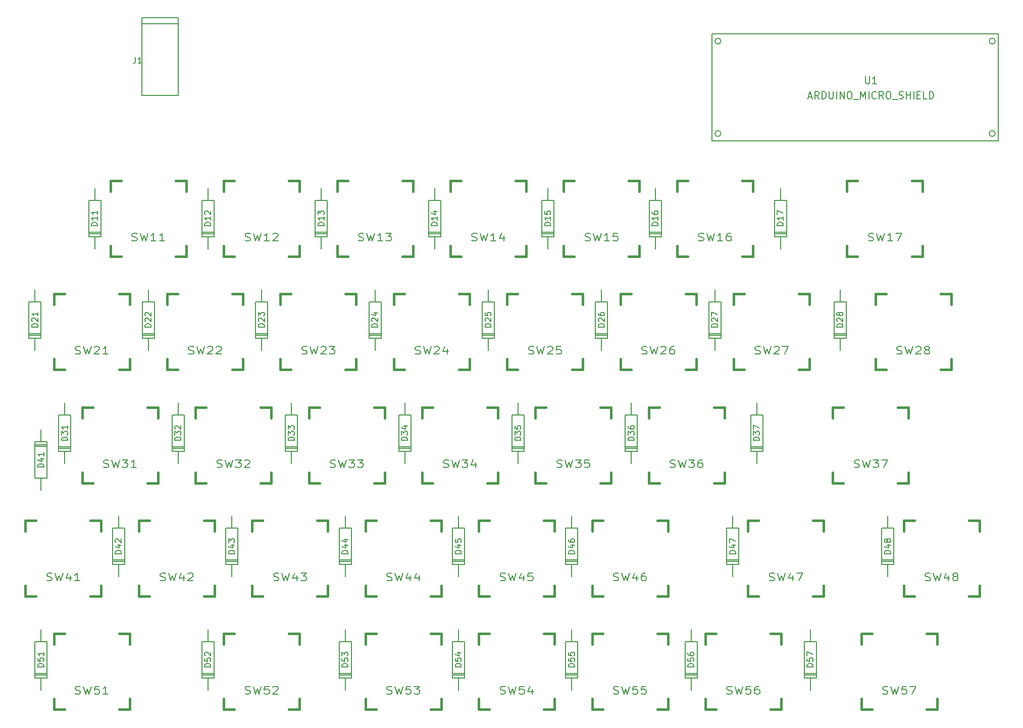
<source format=gbr>
G04 #@! TF.FileFunction,Legend,Top*
%FSLAX46Y46*%
G04 Gerber Fmt 4.6, Leading zero omitted, Abs format (unit mm)*
G04 Created by KiCad (PCBNEW 4.0.1-stable) date 2017/01/31 23:07:37*
%MOMM*%
G01*
G04 APERTURE LIST*
%ADD10C,0.100000*%
%ADD11C,0.381000*%
%ADD12C,0.150000*%
%ADD13C,0.203200*%
G04 APERTURE END LIST*
D10*
D11*
X177150000Y-53650000D02*
X178928000Y-53650000D01*
X188072000Y-53650000D02*
X189850000Y-53650000D01*
X189850000Y-53650000D02*
X189850000Y-55428000D01*
X189850000Y-64572000D02*
X189850000Y-66350000D01*
X189850000Y-66350000D02*
X188072000Y-66350000D01*
X178928000Y-66350000D02*
X177150000Y-66350000D01*
X177150000Y-66350000D02*
X177150000Y-64572000D01*
X177150000Y-55428000D02*
X177150000Y-53650000D01*
D12*
X51000000Y-56190000D02*
X51000000Y-54920000D01*
X51000000Y-63810000D02*
X51000000Y-65080000D01*
X51000000Y-63810000D02*
X51000000Y-63048000D01*
X51000000Y-63048000D02*
X52016000Y-63048000D01*
X52016000Y-63048000D02*
X52016000Y-56952000D01*
X52016000Y-56952000D02*
X51000000Y-56952000D01*
X51000000Y-56952000D02*
X51000000Y-56190000D01*
X51000000Y-56952000D02*
X49984000Y-56952000D01*
X49984000Y-56952000D02*
X49984000Y-63048000D01*
X49984000Y-63048000D02*
X51000000Y-63048000D01*
X52016000Y-62540000D02*
X49984000Y-62540000D01*
X49984000Y-62286000D02*
X52016000Y-62286000D01*
X70000000Y-56190000D02*
X70000000Y-54920000D01*
X70000000Y-63810000D02*
X70000000Y-65080000D01*
X70000000Y-63810000D02*
X70000000Y-63048000D01*
X70000000Y-63048000D02*
X71016000Y-63048000D01*
X71016000Y-63048000D02*
X71016000Y-56952000D01*
X71016000Y-56952000D02*
X70000000Y-56952000D01*
X70000000Y-56952000D02*
X70000000Y-56190000D01*
X70000000Y-56952000D02*
X68984000Y-56952000D01*
X68984000Y-56952000D02*
X68984000Y-63048000D01*
X68984000Y-63048000D02*
X70000000Y-63048000D01*
X71016000Y-62540000D02*
X68984000Y-62540000D01*
X68984000Y-62286000D02*
X71016000Y-62286000D01*
X89000000Y-56190000D02*
X89000000Y-54920000D01*
X89000000Y-63810000D02*
X89000000Y-65080000D01*
X89000000Y-63810000D02*
X89000000Y-63048000D01*
X89000000Y-63048000D02*
X90016000Y-63048000D01*
X90016000Y-63048000D02*
X90016000Y-56952000D01*
X90016000Y-56952000D02*
X89000000Y-56952000D01*
X89000000Y-56952000D02*
X89000000Y-56190000D01*
X89000000Y-56952000D02*
X87984000Y-56952000D01*
X87984000Y-56952000D02*
X87984000Y-63048000D01*
X87984000Y-63048000D02*
X89000000Y-63048000D01*
X90016000Y-62540000D02*
X87984000Y-62540000D01*
X87984000Y-62286000D02*
X90016000Y-62286000D01*
X108000000Y-56190000D02*
X108000000Y-54920000D01*
X108000000Y-63810000D02*
X108000000Y-65080000D01*
X108000000Y-63810000D02*
X108000000Y-63048000D01*
X108000000Y-63048000D02*
X109016000Y-63048000D01*
X109016000Y-63048000D02*
X109016000Y-56952000D01*
X109016000Y-56952000D02*
X108000000Y-56952000D01*
X108000000Y-56952000D02*
X108000000Y-56190000D01*
X108000000Y-56952000D02*
X106984000Y-56952000D01*
X106984000Y-56952000D02*
X106984000Y-63048000D01*
X106984000Y-63048000D02*
X108000000Y-63048000D01*
X109016000Y-62540000D02*
X106984000Y-62540000D01*
X106984000Y-62286000D02*
X109016000Y-62286000D01*
X127000000Y-56190000D02*
X127000000Y-54920000D01*
X127000000Y-63810000D02*
X127000000Y-65080000D01*
X127000000Y-63810000D02*
X127000000Y-63048000D01*
X127000000Y-63048000D02*
X128016000Y-63048000D01*
X128016000Y-63048000D02*
X128016000Y-56952000D01*
X128016000Y-56952000D02*
X127000000Y-56952000D01*
X127000000Y-56952000D02*
X127000000Y-56190000D01*
X127000000Y-56952000D02*
X125984000Y-56952000D01*
X125984000Y-56952000D02*
X125984000Y-63048000D01*
X125984000Y-63048000D02*
X127000000Y-63048000D01*
X128016000Y-62540000D02*
X125984000Y-62540000D01*
X125984000Y-62286000D02*
X128016000Y-62286000D01*
X145000000Y-56190000D02*
X145000000Y-54920000D01*
X145000000Y-63810000D02*
X145000000Y-65080000D01*
X145000000Y-63810000D02*
X145000000Y-63048000D01*
X145000000Y-63048000D02*
X146016000Y-63048000D01*
X146016000Y-63048000D02*
X146016000Y-56952000D01*
X146016000Y-56952000D02*
X145000000Y-56952000D01*
X145000000Y-56952000D02*
X145000000Y-56190000D01*
X145000000Y-56952000D02*
X143984000Y-56952000D01*
X143984000Y-56952000D02*
X143984000Y-63048000D01*
X143984000Y-63048000D02*
X145000000Y-63048000D01*
X146016000Y-62540000D02*
X143984000Y-62540000D01*
X143984000Y-62286000D02*
X146016000Y-62286000D01*
X166000000Y-56190000D02*
X166000000Y-54920000D01*
X166000000Y-63810000D02*
X166000000Y-65080000D01*
X166000000Y-63810000D02*
X166000000Y-63048000D01*
X166000000Y-63048000D02*
X167016000Y-63048000D01*
X167016000Y-63048000D02*
X167016000Y-56952000D01*
X167016000Y-56952000D02*
X166000000Y-56952000D01*
X166000000Y-56952000D02*
X166000000Y-56190000D01*
X166000000Y-56952000D02*
X164984000Y-56952000D01*
X164984000Y-56952000D02*
X164984000Y-63048000D01*
X164984000Y-63048000D02*
X166000000Y-63048000D01*
X167016000Y-62540000D02*
X164984000Y-62540000D01*
X164984000Y-62286000D02*
X167016000Y-62286000D01*
X41000000Y-73190000D02*
X41000000Y-71920000D01*
X41000000Y-80810000D02*
X41000000Y-82080000D01*
X41000000Y-80810000D02*
X41000000Y-80048000D01*
X41000000Y-80048000D02*
X42016000Y-80048000D01*
X42016000Y-80048000D02*
X42016000Y-73952000D01*
X42016000Y-73952000D02*
X41000000Y-73952000D01*
X41000000Y-73952000D02*
X41000000Y-73190000D01*
X41000000Y-73952000D02*
X39984000Y-73952000D01*
X39984000Y-73952000D02*
X39984000Y-80048000D01*
X39984000Y-80048000D02*
X41000000Y-80048000D01*
X42016000Y-79540000D02*
X39984000Y-79540000D01*
X39984000Y-79286000D02*
X42016000Y-79286000D01*
X60000000Y-73190000D02*
X60000000Y-71920000D01*
X60000000Y-80810000D02*
X60000000Y-82080000D01*
X60000000Y-80810000D02*
X60000000Y-80048000D01*
X60000000Y-80048000D02*
X61016000Y-80048000D01*
X61016000Y-80048000D02*
X61016000Y-73952000D01*
X61016000Y-73952000D02*
X60000000Y-73952000D01*
X60000000Y-73952000D02*
X60000000Y-73190000D01*
X60000000Y-73952000D02*
X58984000Y-73952000D01*
X58984000Y-73952000D02*
X58984000Y-80048000D01*
X58984000Y-80048000D02*
X60000000Y-80048000D01*
X61016000Y-79540000D02*
X58984000Y-79540000D01*
X58984000Y-79286000D02*
X61016000Y-79286000D01*
X79000000Y-73190000D02*
X79000000Y-71920000D01*
X79000000Y-80810000D02*
X79000000Y-82080000D01*
X79000000Y-80810000D02*
X79000000Y-80048000D01*
X79000000Y-80048000D02*
X80016000Y-80048000D01*
X80016000Y-80048000D02*
X80016000Y-73952000D01*
X80016000Y-73952000D02*
X79000000Y-73952000D01*
X79000000Y-73952000D02*
X79000000Y-73190000D01*
X79000000Y-73952000D02*
X77984000Y-73952000D01*
X77984000Y-73952000D02*
X77984000Y-80048000D01*
X77984000Y-80048000D02*
X79000000Y-80048000D01*
X80016000Y-79540000D02*
X77984000Y-79540000D01*
X77984000Y-79286000D02*
X80016000Y-79286000D01*
X98000000Y-73190000D02*
X98000000Y-71920000D01*
X98000000Y-80810000D02*
X98000000Y-82080000D01*
X98000000Y-80810000D02*
X98000000Y-80048000D01*
X98000000Y-80048000D02*
X99016000Y-80048000D01*
X99016000Y-80048000D02*
X99016000Y-73952000D01*
X99016000Y-73952000D02*
X98000000Y-73952000D01*
X98000000Y-73952000D02*
X98000000Y-73190000D01*
X98000000Y-73952000D02*
X96984000Y-73952000D01*
X96984000Y-73952000D02*
X96984000Y-80048000D01*
X96984000Y-80048000D02*
X98000000Y-80048000D01*
X99016000Y-79540000D02*
X96984000Y-79540000D01*
X96984000Y-79286000D02*
X99016000Y-79286000D01*
X117000000Y-73190000D02*
X117000000Y-71920000D01*
X117000000Y-80810000D02*
X117000000Y-82080000D01*
X117000000Y-80810000D02*
X117000000Y-80048000D01*
X117000000Y-80048000D02*
X118016000Y-80048000D01*
X118016000Y-80048000D02*
X118016000Y-73952000D01*
X118016000Y-73952000D02*
X117000000Y-73952000D01*
X117000000Y-73952000D02*
X117000000Y-73190000D01*
X117000000Y-73952000D02*
X115984000Y-73952000D01*
X115984000Y-73952000D02*
X115984000Y-80048000D01*
X115984000Y-80048000D02*
X117000000Y-80048000D01*
X118016000Y-79540000D02*
X115984000Y-79540000D01*
X115984000Y-79286000D02*
X118016000Y-79286000D01*
X136000000Y-73190000D02*
X136000000Y-71920000D01*
X136000000Y-80810000D02*
X136000000Y-82080000D01*
X136000000Y-80810000D02*
X136000000Y-80048000D01*
X136000000Y-80048000D02*
X137016000Y-80048000D01*
X137016000Y-80048000D02*
X137016000Y-73952000D01*
X137016000Y-73952000D02*
X136000000Y-73952000D01*
X136000000Y-73952000D02*
X136000000Y-73190000D01*
X136000000Y-73952000D02*
X134984000Y-73952000D01*
X134984000Y-73952000D02*
X134984000Y-80048000D01*
X134984000Y-80048000D02*
X136000000Y-80048000D01*
X137016000Y-79540000D02*
X134984000Y-79540000D01*
X134984000Y-79286000D02*
X137016000Y-79286000D01*
X155000000Y-73190000D02*
X155000000Y-71920000D01*
X155000000Y-80810000D02*
X155000000Y-82080000D01*
X155000000Y-80810000D02*
X155000000Y-80048000D01*
X155000000Y-80048000D02*
X156016000Y-80048000D01*
X156016000Y-80048000D02*
X156016000Y-73952000D01*
X156016000Y-73952000D02*
X155000000Y-73952000D01*
X155000000Y-73952000D02*
X155000000Y-73190000D01*
X155000000Y-73952000D02*
X153984000Y-73952000D01*
X153984000Y-73952000D02*
X153984000Y-80048000D01*
X153984000Y-80048000D02*
X155000000Y-80048000D01*
X156016000Y-79540000D02*
X153984000Y-79540000D01*
X153984000Y-79286000D02*
X156016000Y-79286000D01*
X176000000Y-73190000D02*
X176000000Y-71920000D01*
X176000000Y-80810000D02*
X176000000Y-82080000D01*
X176000000Y-80810000D02*
X176000000Y-80048000D01*
X176000000Y-80048000D02*
X177016000Y-80048000D01*
X177016000Y-80048000D02*
X177016000Y-73952000D01*
X177016000Y-73952000D02*
X176000000Y-73952000D01*
X176000000Y-73952000D02*
X176000000Y-73190000D01*
X176000000Y-73952000D02*
X174984000Y-73952000D01*
X174984000Y-73952000D02*
X174984000Y-80048000D01*
X174984000Y-80048000D02*
X176000000Y-80048000D01*
X177016000Y-79540000D02*
X174984000Y-79540000D01*
X174984000Y-79286000D02*
X177016000Y-79286000D01*
X46000000Y-92190000D02*
X46000000Y-90920000D01*
X46000000Y-99810000D02*
X46000000Y-101080000D01*
X46000000Y-99810000D02*
X46000000Y-99048000D01*
X46000000Y-99048000D02*
X47016000Y-99048000D01*
X47016000Y-99048000D02*
X47016000Y-92952000D01*
X47016000Y-92952000D02*
X46000000Y-92952000D01*
X46000000Y-92952000D02*
X46000000Y-92190000D01*
X46000000Y-92952000D02*
X44984000Y-92952000D01*
X44984000Y-92952000D02*
X44984000Y-99048000D01*
X44984000Y-99048000D02*
X46000000Y-99048000D01*
X47016000Y-98540000D02*
X44984000Y-98540000D01*
X44984000Y-98286000D02*
X47016000Y-98286000D01*
X65000000Y-92190000D02*
X65000000Y-90920000D01*
X65000000Y-99810000D02*
X65000000Y-101080000D01*
X65000000Y-99810000D02*
X65000000Y-99048000D01*
X65000000Y-99048000D02*
X66016000Y-99048000D01*
X66016000Y-99048000D02*
X66016000Y-92952000D01*
X66016000Y-92952000D02*
X65000000Y-92952000D01*
X65000000Y-92952000D02*
X65000000Y-92190000D01*
X65000000Y-92952000D02*
X63984000Y-92952000D01*
X63984000Y-92952000D02*
X63984000Y-99048000D01*
X63984000Y-99048000D02*
X65000000Y-99048000D01*
X66016000Y-98540000D02*
X63984000Y-98540000D01*
X63984000Y-98286000D02*
X66016000Y-98286000D01*
X84000000Y-92190000D02*
X84000000Y-90920000D01*
X84000000Y-99810000D02*
X84000000Y-101080000D01*
X84000000Y-99810000D02*
X84000000Y-99048000D01*
X84000000Y-99048000D02*
X85016000Y-99048000D01*
X85016000Y-99048000D02*
X85016000Y-92952000D01*
X85016000Y-92952000D02*
X84000000Y-92952000D01*
X84000000Y-92952000D02*
X84000000Y-92190000D01*
X84000000Y-92952000D02*
X82984000Y-92952000D01*
X82984000Y-92952000D02*
X82984000Y-99048000D01*
X82984000Y-99048000D02*
X84000000Y-99048000D01*
X85016000Y-98540000D02*
X82984000Y-98540000D01*
X82984000Y-98286000D02*
X85016000Y-98286000D01*
X103000000Y-92190000D02*
X103000000Y-90920000D01*
X103000000Y-99810000D02*
X103000000Y-101080000D01*
X103000000Y-99810000D02*
X103000000Y-99048000D01*
X103000000Y-99048000D02*
X104016000Y-99048000D01*
X104016000Y-99048000D02*
X104016000Y-92952000D01*
X104016000Y-92952000D02*
X103000000Y-92952000D01*
X103000000Y-92952000D02*
X103000000Y-92190000D01*
X103000000Y-92952000D02*
X101984000Y-92952000D01*
X101984000Y-92952000D02*
X101984000Y-99048000D01*
X101984000Y-99048000D02*
X103000000Y-99048000D01*
X104016000Y-98540000D02*
X101984000Y-98540000D01*
X101984000Y-98286000D02*
X104016000Y-98286000D01*
X122000000Y-92190000D02*
X122000000Y-90920000D01*
X122000000Y-99810000D02*
X122000000Y-101080000D01*
X122000000Y-99810000D02*
X122000000Y-99048000D01*
X122000000Y-99048000D02*
X123016000Y-99048000D01*
X123016000Y-99048000D02*
X123016000Y-92952000D01*
X123016000Y-92952000D02*
X122000000Y-92952000D01*
X122000000Y-92952000D02*
X122000000Y-92190000D01*
X122000000Y-92952000D02*
X120984000Y-92952000D01*
X120984000Y-92952000D02*
X120984000Y-99048000D01*
X120984000Y-99048000D02*
X122000000Y-99048000D01*
X123016000Y-98540000D02*
X120984000Y-98540000D01*
X120984000Y-98286000D02*
X123016000Y-98286000D01*
X141000000Y-92190000D02*
X141000000Y-90920000D01*
X141000000Y-99810000D02*
X141000000Y-101080000D01*
X141000000Y-99810000D02*
X141000000Y-99048000D01*
X141000000Y-99048000D02*
X142016000Y-99048000D01*
X142016000Y-99048000D02*
X142016000Y-92952000D01*
X142016000Y-92952000D02*
X141000000Y-92952000D01*
X141000000Y-92952000D02*
X141000000Y-92190000D01*
X141000000Y-92952000D02*
X139984000Y-92952000D01*
X139984000Y-92952000D02*
X139984000Y-99048000D01*
X139984000Y-99048000D02*
X141000000Y-99048000D01*
X142016000Y-98540000D02*
X139984000Y-98540000D01*
X139984000Y-98286000D02*
X142016000Y-98286000D01*
X162000000Y-92190000D02*
X162000000Y-90920000D01*
X162000000Y-99810000D02*
X162000000Y-101080000D01*
X162000000Y-99810000D02*
X162000000Y-99048000D01*
X162000000Y-99048000D02*
X163016000Y-99048000D01*
X163016000Y-99048000D02*
X163016000Y-92952000D01*
X163016000Y-92952000D02*
X162000000Y-92952000D01*
X162000000Y-92952000D02*
X162000000Y-92190000D01*
X162000000Y-92952000D02*
X160984000Y-92952000D01*
X160984000Y-92952000D02*
X160984000Y-99048000D01*
X160984000Y-99048000D02*
X162000000Y-99048000D01*
X163016000Y-98540000D02*
X160984000Y-98540000D01*
X160984000Y-98286000D02*
X163016000Y-98286000D01*
X42000000Y-104310000D02*
X42000000Y-105580000D01*
X42000000Y-96690000D02*
X42000000Y-95420000D01*
X42000000Y-96690000D02*
X42000000Y-97452000D01*
X42000000Y-97452000D02*
X40984000Y-97452000D01*
X40984000Y-97452000D02*
X40984000Y-103548000D01*
X40984000Y-103548000D02*
X42000000Y-103548000D01*
X42000000Y-103548000D02*
X42000000Y-104310000D01*
X42000000Y-103548000D02*
X43016000Y-103548000D01*
X43016000Y-103548000D02*
X43016000Y-97452000D01*
X43016000Y-97452000D02*
X42000000Y-97452000D01*
X40984000Y-97960000D02*
X43016000Y-97960000D01*
X43016000Y-98214000D02*
X40984000Y-98214000D01*
X55000000Y-111190000D02*
X55000000Y-109920000D01*
X55000000Y-118810000D02*
X55000000Y-120080000D01*
X55000000Y-118810000D02*
X55000000Y-118048000D01*
X55000000Y-118048000D02*
X56016000Y-118048000D01*
X56016000Y-118048000D02*
X56016000Y-111952000D01*
X56016000Y-111952000D02*
X55000000Y-111952000D01*
X55000000Y-111952000D02*
X55000000Y-111190000D01*
X55000000Y-111952000D02*
X53984000Y-111952000D01*
X53984000Y-111952000D02*
X53984000Y-118048000D01*
X53984000Y-118048000D02*
X55000000Y-118048000D01*
X56016000Y-117540000D02*
X53984000Y-117540000D01*
X53984000Y-117286000D02*
X56016000Y-117286000D01*
X74000000Y-111190000D02*
X74000000Y-109920000D01*
X74000000Y-118810000D02*
X74000000Y-120080000D01*
X74000000Y-118810000D02*
X74000000Y-118048000D01*
X74000000Y-118048000D02*
X75016000Y-118048000D01*
X75016000Y-118048000D02*
X75016000Y-111952000D01*
X75016000Y-111952000D02*
X74000000Y-111952000D01*
X74000000Y-111952000D02*
X74000000Y-111190000D01*
X74000000Y-111952000D02*
X72984000Y-111952000D01*
X72984000Y-111952000D02*
X72984000Y-118048000D01*
X72984000Y-118048000D02*
X74000000Y-118048000D01*
X75016000Y-117540000D02*
X72984000Y-117540000D01*
X72984000Y-117286000D02*
X75016000Y-117286000D01*
X93000000Y-111190000D02*
X93000000Y-109920000D01*
X93000000Y-118810000D02*
X93000000Y-120080000D01*
X93000000Y-118810000D02*
X93000000Y-118048000D01*
X93000000Y-118048000D02*
X94016000Y-118048000D01*
X94016000Y-118048000D02*
X94016000Y-111952000D01*
X94016000Y-111952000D02*
X93000000Y-111952000D01*
X93000000Y-111952000D02*
X93000000Y-111190000D01*
X93000000Y-111952000D02*
X91984000Y-111952000D01*
X91984000Y-111952000D02*
X91984000Y-118048000D01*
X91984000Y-118048000D02*
X93000000Y-118048000D01*
X94016000Y-117540000D02*
X91984000Y-117540000D01*
X91984000Y-117286000D02*
X94016000Y-117286000D01*
X112000000Y-111190000D02*
X112000000Y-109920000D01*
X112000000Y-118810000D02*
X112000000Y-120080000D01*
X112000000Y-118810000D02*
X112000000Y-118048000D01*
X112000000Y-118048000D02*
X113016000Y-118048000D01*
X113016000Y-118048000D02*
X113016000Y-111952000D01*
X113016000Y-111952000D02*
X112000000Y-111952000D01*
X112000000Y-111952000D02*
X112000000Y-111190000D01*
X112000000Y-111952000D02*
X110984000Y-111952000D01*
X110984000Y-111952000D02*
X110984000Y-118048000D01*
X110984000Y-118048000D02*
X112000000Y-118048000D01*
X113016000Y-117540000D02*
X110984000Y-117540000D01*
X110984000Y-117286000D02*
X113016000Y-117286000D01*
X131000000Y-111190000D02*
X131000000Y-109920000D01*
X131000000Y-118810000D02*
X131000000Y-120080000D01*
X131000000Y-118810000D02*
X131000000Y-118048000D01*
X131000000Y-118048000D02*
X132016000Y-118048000D01*
X132016000Y-118048000D02*
X132016000Y-111952000D01*
X132016000Y-111952000D02*
X131000000Y-111952000D01*
X131000000Y-111952000D02*
X131000000Y-111190000D01*
X131000000Y-111952000D02*
X129984000Y-111952000D01*
X129984000Y-111952000D02*
X129984000Y-118048000D01*
X129984000Y-118048000D02*
X131000000Y-118048000D01*
X132016000Y-117540000D02*
X129984000Y-117540000D01*
X129984000Y-117286000D02*
X132016000Y-117286000D01*
X158000000Y-111190000D02*
X158000000Y-109920000D01*
X158000000Y-118810000D02*
X158000000Y-120080000D01*
X158000000Y-118810000D02*
X158000000Y-118048000D01*
X158000000Y-118048000D02*
X159016000Y-118048000D01*
X159016000Y-118048000D02*
X159016000Y-111952000D01*
X159016000Y-111952000D02*
X158000000Y-111952000D01*
X158000000Y-111952000D02*
X158000000Y-111190000D01*
X158000000Y-111952000D02*
X156984000Y-111952000D01*
X156984000Y-111952000D02*
X156984000Y-118048000D01*
X156984000Y-118048000D02*
X158000000Y-118048000D01*
X159016000Y-117540000D02*
X156984000Y-117540000D01*
X156984000Y-117286000D02*
X159016000Y-117286000D01*
X184000000Y-111190000D02*
X184000000Y-109920000D01*
X184000000Y-118810000D02*
X184000000Y-120080000D01*
X184000000Y-118810000D02*
X184000000Y-118048000D01*
X184000000Y-118048000D02*
X185016000Y-118048000D01*
X185016000Y-118048000D02*
X185016000Y-111952000D01*
X185016000Y-111952000D02*
X184000000Y-111952000D01*
X184000000Y-111952000D02*
X184000000Y-111190000D01*
X184000000Y-111952000D02*
X182984000Y-111952000D01*
X182984000Y-111952000D02*
X182984000Y-118048000D01*
X182984000Y-118048000D02*
X184000000Y-118048000D01*
X185016000Y-117540000D02*
X182984000Y-117540000D01*
X182984000Y-117286000D02*
X185016000Y-117286000D01*
X42000000Y-130190000D02*
X42000000Y-128920000D01*
X42000000Y-137810000D02*
X42000000Y-139080000D01*
X42000000Y-137810000D02*
X42000000Y-137048000D01*
X42000000Y-137048000D02*
X43016000Y-137048000D01*
X43016000Y-137048000D02*
X43016000Y-130952000D01*
X43016000Y-130952000D02*
X42000000Y-130952000D01*
X42000000Y-130952000D02*
X42000000Y-130190000D01*
X42000000Y-130952000D02*
X40984000Y-130952000D01*
X40984000Y-130952000D02*
X40984000Y-137048000D01*
X40984000Y-137048000D02*
X42000000Y-137048000D01*
X43016000Y-136540000D02*
X40984000Y-136540000D01*
X40984000Y-136286000D02*
X43016000Y-136286000D01*
X70000000Y-130190000D02*
X70000000Y-128920000D01*
X70000000Y-137810000D02*
X70000000Y-139080000D01*
X70000000Y-137810000D02*
X70000000Y-137048000D01*
X70000000Y-137048000D02*
X71016000Y-137048000D01*
X71016000Y-137048000D02*
X71016000Y-130952000D01*
X71016000Y-130952000D02*
X70000000Y-130952000D01*
X70000000Y-130952000D02*
X70000000Y-130190000D01*
X70000000Y-130952000D02*
X68984000Y-130952000D01*
X68984000Y-130952000D02*
X68984000Y-137048000D01*
X68984000Y-137048000D02*
X70000000Y-137048000D01*
X71016000Y-136540000D02*
X68984000Y-136540000D01*
X68984000Y-136286000D02*
X71016000Y-136286000D01*
X112000000Y-130190000D02*
X112000000Y-128920000D01*
X112000000Y-137810000D02*
X112000000Y-139080000D01*
X112000000Y-137810000D02*
X112000000Y-137048000D01*
X112000000Y-137048000D02*
X113016000Y-137048000D01*
X113016000Y-137048000D02*
X113016000Y-130952000D01*
X113016000Y-130952000D02*
X112000000Y-130952000D01*
X112000000Y-130952000D02*
X112000000Y-130190000D01*
X112000000Y-130952000D02*
X110984000Y-130952000D01*
X110984000Y-130952000D02*
X110984000Y-137048000D01*
X110984000Y-137048000D02*
X112000000Y-137048000D01*
X113016000Y-136540000D02*
X110984000Y-136540000D01*
X110984000Y-136286000D02*
X113016000Y-136286000D01*
X65050000Y-27300000D02*
X65050000Y-26300000D01*
X65050000Y-26300000D02*
X58950000Y-26300000D01*
X58950000Y-26300000D02*
X58950000Y-27300000D01*
X58950000Y-27300000D02*
X58950000Y-39400000D01*
X65050000Y-27300000D02*
X65050000Y-39400000D01*
X65050000Y-27300000D02*
X58950000Y-27300000D01*
X58950000Y-39400000D02*
X65050000Y-39400000D01*
D11*
X53650000Y-53650000D02*
X55428000Y-53650000D01*
X64572000Y-53650000D02*
X66350000Y-53650000D01*
X66350000Y-53650000D02*
X66350000Y-55428000D01*
X66350000Y-64572000D02*
X66350000Y-66350000D01*
X66350000Y-66350000D02*
X64572000Y-66350000D01*
X55428000Y-66350000D02*
X53650000Y-66350000D01*
X53650000Y-66350000D02*
X53650000Y-64572000D01*
X53650000Y-55428000D02*
X53650000Y-53650000D01*
X72650000Y-53650000D02*
X74428000Y-53650000D01*
X83572000Y-53650000D02*
X85350000Y-53650000D01*
X85350000Y-53650000D02*
X85350000Y-55428000D01*
X85350000Y-64572000D02*
X85350000Y-66350000D01*
X85350000Y-66350000D02*
X83572000Y-66350000D01*
X74428000Y-66350000D02*
X72650000Y-66350000D01*
X72650000Y-66350000D02*
X72650000Y-64572000D01*
X72650000Y-55428000D02*
X72650000Y-53650000D01*
X91650000Y-53650000D02*
X93428000Y-53650000D01*
X102572000Y-53650000D02*
X104350000Y-53650000D01*
X104350000Y-53650000D02*
X104350000Y-55428000D01*
X104350000Y-64572000D02*
X104350000Y-66350000D01*
X104350000Y-66350000D02*
X102572000Y-66350000D01*
X93428000Y-66350000D02*
X91650000Y-66350000D01*
X91650000Y-66350000D02*
X91650000Y-64572000D01*
X91650000Y-55428000D02*
X91650000Y-53650000D01*
X110650000Y-53650000D02*
X112428000Y-53650000D01*
X121572000Y-53650000D02*
X123350000Y-53650000D01*
X123350000Y-53650000D02*
X123350000Y-55428000D01*
X123350000Y-64572000D02*
X123350000Y-66350000D01*
X123350000Y-66350000D02*
X121572000Y-66350000D01*
X112428000Y-66350000D02*
X110650000Y-66350000D01*
X110650000Y-66350000D02*
X110650000Y-64572000D01*
X110650000Y-55428000D02*
X110650000Y-53650000D01*
X129650000Y-53650000D02*
X131428000Y-53650000D01*
X140572000Y-53650000D02*
X142350000Y-53650000D01*
X142350000Y-53650000D02*
X142350000Y-55428000D01*
X142350000Y-64572000D02*
X142350000Y-66350000D01*
X142350000Y-66350000D02*
X140572000Y-66350000D01*
X131428000Y-66350000D02*
X129650000Y-66350000D01*
X129650000Y-66350000D02*
X129650000Y-64572000D01*
X129650000Y-55428000D02*
X129650000Y-53650000D01*
X148650000Y-53650000D02*
X150428000Y-53650000D01*
X159572000Y-53650000D02*
X161350000Y-53650000D01*
X161350000Y-53650000D02*
X161350000Y-55428000D01*
X161350000Y-64572000D02*
X161350000Y-66350000D01*
X161350000Y-66350000D02*
X159572000Y-66350000D01*
X150428000Y-66350000D02*
X148650000Y-66350000D01*
X148650000Y-66350000D02*
X148650000Y-64572000D01*
X148650000Y-55428000D02*
X148650000Y-53650000D01*
X44150000Y-72650000D02*
X45928000Y-72650000D01*
X55072000Y-72650000D02*
X56850000Y-72650000D01*
X56850000Y-72650000D02*
X56850000Y-74428000D01*
X56850000Y-83572000D02*
X56850000Y-85350000D01*
X56850000Y-85350000D02*
X55072000Y-85350000D01*
X45928000Y-85350000D02*
X44150000Y-85350000D01*
X44150000Y-85350000D02*
X44150000Y-83572000D01*
X44150000Y-74428000D02*
X44150000Y-72650000D01*
X63150000Y-72650000D02*
X64928000Y-72650000D01*
X74072000Y-72650000D02*
X75850000Y-72650000D01*
X75850000Y-72650000D02*
X75850000Y-74428000D01*
X75850000Y-83572000D02*
X75850000Y-85350000D01*
X75850000Y-85350000D02*
X74072000Y-85350000D01*
X64928000Y-85350000D02*
X63150000Y-85350000D01*
X63150000Y-85350000D02*
X63150000Y-83572000D01*
X63150000Y-74428000D02*
X63150000Y-72650000D01*
X82150000Y-72650000D02*
X83928000Y-72650000D01*
X93072000Y-72650000D02*
X94850000Y-72650000D01*
X94850000Y-72650000D02*
X94850000Y-74428000D01*
X94850000Y-83572000D02*
X94850000Y-85350000D01*
X94850000Y-85350000D02*
X93072000Y-85350000D01*
X83928000Y-85350000D02*
X82150000Y-85350000D01*
X82150000Y-85350000D02*
X82150000Y-83572000D01*
X82150000Y-74428000D02*
X82150000Y-72650000D01*
X101150000Y-72650000D02*
X102928000Y-72650000D01*
X112072000Y-72650000D02*
X113850000Y-72650000D01*
X113850000Y-72650000D02*
X113850000Y-74428000D01*
X113850000Y-83572000D02*
X113850000Y-85350000D01*
X113850000Y-85350000D02*
X112072000Y-85350000D01*
X102928000Y-85350000D02*
X101150000Y-85350000D01*
X101150000Y-85350000D02*
X101150000Y-83572000D01*
X101150000Y-74428000D02*
X101150000Y-72650000D01*
X120150000Y-72650000D02*
X121928000Y-72650000D01*
X131072000Y-72650000D02*
X132850000Y-72650000D01*
X132850000Y-72650000D02*
X132850000Y-74428000D01*
X132850000Y-83572000D02*
X132850000Y-85350000D01*
X132850000Y-85350000D02*
X131072000Y-85350000D01*
X121928000Y-85350000D02*
X120150000Y-85350000D01*
X120150000Y-85350000D02*
X120150000Y-83572000D01*
X120150000Y-74428000D02*
X120150000Y-72650000D01*
X139150000Y-72650000D02*
X140928000Y-72650000D01*
X150072000Y-72650000D02*
X151850000Y-72650000D01*
X151850000Y-72650000D02*
X151850000Y-74428000D01*
X151850000Y-83572000D02*
X151850000Y-85350000D01*
X151850000Y-85350000D02*
X150072000Y-85350000D01*
X140928000Y-85350000D02*
X139150000Y-85350000D01*
X139150000Y-85350000D02*
X139150000Y-83572000D01*
X139150000Y-74428000D02*
X139150000Y-72650000D01*
X158150000Y-72650000D02*
X159928000Y-72650000D01*
X169072000Y-72650000D02*
X170850000Y-72650000D01*
X170850000Y-72650000D02*
X170850000Y-74428000D01*
X170850000Y-83572000D02*
X170850000Y-85350000D01*
X170850000Y-85350000D02*
X169072000Y-85350000D01*
X159928000Y-85350000D02*
X158150000Y-85350000D01*
X158150000Y-85350000D02*
X158150000Y-83572000D01*
X158150000Y-74428000D02*
X158150000Y-72650000D01*
X181900000Y-72650000D02*
X183678000Y-72650000D01*
X192822000Y-72650000D02*
X194600000Y-72650000D01*
X194600000Y-72650000D02*
X194600000Y-74428000D01*
X194600000Y-83572000D02*
X194600000Y-85350000D01*
X194600000Y-85350000D02*
X192822000Y-85350000D01*
X183678000Y-85350000D02*
X181900000Y-85350000D01*
X181900000Y-85350000D02*
X181900000Y-83572000D01*
X181900000Y-74428000D02*
X181900000Y-72650000D01*
X48900000Y-91650000D02*
X50678000Y-91650000D01*
X59822000Y-91650000D02*
X61600000Y-91650000D01*
X61600000Y-91650000D02*
X61600000Y-93428000D01*
X61600000Y-102572000D02*
X61600000Y-104350000D01*
X61600000Y-104350000D02*
X59822000Y-104350000D01*
X50678000Y-104350000D02*
X48900000Y-104350000D01*
X48900000Y-104350000D02*
X48900000Y-102572000D01*
X48900000Y-93428000D02*
X48900000Y-91650000D01*
X67900000Y-91650000D02*
X69678000Y-91650000D01*
X78822000Y-91650000D02*
X80600000Y-91650000D01*
X80600000Y-91650000D02*
X80600000Y-93428000D01*
X80600000Y-102572000D02*
X80600000Y-104350000D01*
X80600000Y-104350000D02*
X78822000Y-104350000D01*
X69678000Y-104350000D02*
X67900000Y-104350000D01*
X67900000Y-104350000D02*
X67900000Y-102572000D01*
X67900000Y-93428000D02*
X67900000Y-91650000D01*
X86900000Y-91650000D02*
X88678000Y-91650000D01*
X97822000Y-91650000D02*
X99600000Y-91650000D01*
X99600000Y-91650000D02*
X99600000Y-93428000D01*
X99600000Y-102572000D02*
X99600000Y-104350000D01*
X99600000Y-104350000D02*
X97822000Y-104350000D01*
X88678000Y-104350000D02*
X86900000Y-104350000D01*
X86900000Y-104350000D02*
X86900000Y-102572000D01*
X86900000Y-93428000D02*
X86900000Y-91650000D01*
X105900000Y-91650000D02*
X107678000Y-91650000D01*
X116822000Y-91650000D02*
X118600000Y-91650000D01*
X118600000Y-91650000D02*
X118600000Y-93428000D01*
X118600000Y-102572000D02*
X118600000Y-104350000D01*
X118600000Y-104350000D02*
X116822000Y-104350000D01*
X107678000Y-104350000D02*
X105900000Y-104350000D01*
X105900000Y-104350000D02*
X105900000Y-102572000D01*
X105900000Y-93428000D02*
X105900000Y-91650000D01*
X124900000Y-91650000D02*
X126678000Y-91650000D01*
X135822000Y-91650000D02*
X137600000Y-91650000D01*
X137600000Y-91650000D02*
X137600000Y-93428000D01*
X137600000Y-102572000D02*
X137600000Y-104350000D01*
X137600000Y-104350000D02*
X135822000Y-104350000D01*
X126678000Y-104350000D02*
X124900000Y-104350000D01*
X124900000Y-104350000D02*
X124900000Y-102572000D01*
X124900000Y-93428000D02*
X124900000Y-91650000D01*
X143900000Y-91650000D02*
X145678000Y-91650000D01*
X154822000Y-91650000D02*
X156600000Y-91650000D01*
X156600000Y-91650000D02*
X156600000Y-93428000D01*
X156600000Y-102572000D02*
X156600000Y-104350000D01*
X156600000Y-104350000D02*
X154822000Y-104350000D01*
X145678000Y-104350000D02*
X143900000Y-104350000D01*
X143900000Y-104350000D02*
X143900000Y-102572000D01*
X143900000Y-93428000D02*
X143900000Y-91650000D01*
X174775000Y-91650000D02*
X176553000Y-91650000D01*
X185697000Y-91650000D02*
X187475000Y-91650000D01*
X187475000Y-91650000D02*
X187475000Y-93428000D01*
X187475000Y-102572000D02*
X187475000Y-104350000D01*
X187475000Y-104350000D02*
X185697000Y-104350000D01*
X176553000Y-104350000D02*
X174775000Y-104350000D01*
X174775000Y-104350000D02*
X174775000Y-102572000D01*
X174775000Y-93428000D02*
X174775000Y-91650000D01*
X39400000Y-110650000D02*
X41178000Y-110650000D01*
X50322000Y-110650000D02*
X52100000Y-110650000D01*
X52100000Y-110650000D02*
X52100000Y-112428000D01*
X52100000Y-121572000D02*
X52100000Y-123350000D01*
X52100000Y-123350000D02*
X50322000Y-123350000D01*
X41178000Y-123350000D02*
X39400000Y-123350000D01*
X39400000Y-123350000D02*
X39400000Y-121572000D01*
X39400000Y-112428000D02*
X39400000Y-110650000D01*
X58400000Y-110650000D02*
X60178000Y-110650000D01*
X69322000Y-110650000D02*
X71100000Y-110650000D01*
X71100000Y-110650000D02*
X71100000Y-112428000D01*
X71100000Y-121572000D02*
X71100000Y-123350000D01*
X71100000Y-123350000D02*
X69322000Y-123350000D01*
X60178000Y-123350000D02*
X58400000Y-123350000D01*
X58400000Y-123350000D02*
X58400000Y-121572000D01*
X58400000Y-112428000D02*
X58400000Y-110650000D01*
X77400000Y-110650000D02*
X79178000Y-110650000D01*
X88322000Y-110650000D02*
X90100000Y-110650000D01*
X90100000Y-110650000D02*
X90100000Y-112428000D01*
X90100000Y-121572000D02*
X90100000Y-123350000D01*
X90100000Y-123350000D02*
X88322000Y-123350000D01*
X79178000Y-123350000D02*
X77400000Y-123350000D01*
X77400000Y-123350000D02*
X77400000Y-121572000D01*
X77400000Y-112428000D02*
X77400000Y-110650000D01*
X96400000Y-110650000D02*
X98178000Y-110650000D01*
X107322000Y-110650000D02*
X109100000Y-110650000D01*
X109100000Y-110650000D02*
X109100000Y-112428000D01*
X109100000Y-121572000D02*
X109100000Y-123350000D01*
X109100000Y-123350000D02*
X107322000Y-123350000D01*
X98178000Y-123350000D02*
X96400000Y-123350000D01*
X96400000Y-123350000D02*
X96400000Y-121572000D01*
X96400000Y-112428000D02*
X96400000Y-110650000D01*
X115400000Y-110650000D02*
X117178000Y-110650000D01*
X126322000Y-110650000D02*
X128100000Y-110650000D01*
X128100000Y-110650000D02*
X128100000Y-112428000D01*
X128100000Y-121572000D02*
X128100000Y-123350000D01*
X128100000Y-123350000D02*
X126322000Y-123350000D01*
X117178000Y-123350000D02*
X115400000Y-123350000D01*
X115400000Y-123350000D02*
X115400000Y-121572000D01*
X115400000Y-112428000D02*
X115400000Y-110650000D01*
X134400000Y-110650000D02*
X136178000Y-110650000D01*
X145322000Y-110650000D02*
X147100000Y-110650000D01*
X147100000Y-110650000D02*
X147100000Y-112428000D01*
X147100000Y-121572000D02*
X147100000Y-123350000D01*
X147100000Y-123350000D02*
X145322000Y-123350000D01*
X136178000Y-123350000D02*
X134400000Y-123350000D01*
X134400000Y-123350000D02*
X134400000Y-121572000D01*
X134400000Y-112428000D02*
X134400000Y-110650000D01*
X160525000Y-110650000D02*
X162303000Y-110650000D01*
X171447000Y-110650000D02*
X173225000Y-110650000D01*
X173225000Y-110650000D02*
X173225000Y-112428000D01*
X173225000Y-121572000D02*
X173225000Y-123350000D01*
X173225000Y-123350000D02*
X171447000Y-123350000D01*
X162303000Y-123350000D02*
X160525000Y-123350000D01*
X160525000Y-123350000D02*
X160525000Y-121572000D01*
X160525000Y-112428000D02*
X160525000Y-110650000D01*
X186650000Y-110650000D02*
X188428000Y-110650000D01*
X197572000Y-110650000D02*
X199350000Y-110650000D01*
X199350000Y-110650000D02*
X199350000Y-112428000D01*
X199350000Y-121572000D02*
X199350000Y-123350000D01*
X199350000Y-123350000D02*
X197572000Y-123350000D01*
X188428000Y-123350000D02*
X186650000Y-123350000D01*
X186650000Y-123350000D02*
X186650000Y-121572000D01*
X186650000Y-112428000D02*
X186650000Y-110650000D01*
X44150000Y-129650000D02*
X45928000Y-129650000D01*
X55072000Y-129650000D02*
X56850000Y-129650000D01*
X56850000Y-129650000D02*
X56850000Y-131428000D01*
X56850000Y-140572000D02*
X56850000Y-142350000D01*
X56850000Y-142350000D02*
X55072000Y-142350000D01*
X45928000Y-142350000D02*
X44150000Y-142350000D01*
X44150000Y-142350000D02*
X44150000Y-140572000D01*
X44150000Y-131428000D02*
X44150000Y-129650000D01*
X72650000Y-129650000D02*
X74428000Y-129650000D01*
X83572000Y-129650000D02*
X85350000Y-129650000D01*
X85350000Y-129650000D02*
X85350000Y-131428000D01*
X85350000Y-140572000D02*
X85350000Y-142350000D01*
X85350000Y-142350000D02*
X83572000Y-142350000D01*
X74428000Y-142350000D02*
X72650000Y-142350000D01*
X72650000Y-142350000D02*
X72650000Y-140572000D01*
X72650000Y-131428000D02*
X72650000Y-129650000D01*
X115400000Y-129650000D02*
X117178000Y-129650000D01*
X126322000Y-129650000D02*
X128100000Y-129650000D01*
X128100000Y-129650000D02*
X128100000Y-131428000D01*
X128100000Y-140572000D02*
X128100000Y-142350000D01*
X128100000Y-142350000D02*
X126322000Y-142350000D01*
X117178000Y-142350000D02*
X115400000Y-142350000D01*
X115400000Y-142350000D02*
X115400000Y-140572000D01*
X115400000Y-131428000D02*
X115400000Y-129650000D01*
D12*
X156000000Y-45746000D02*
G75*
G03X156000000Y-45746000I-500000J0D01*
G01*
X156000000Y-30254000D02*
G75*
G03X156000000Y-30254000I-500000J0D01*
G01*
X202000000Y-45746000D02*
G75*
G03X202000000Y-45746000I-500000J0D01*
G01*
X202000000Y-30254000D02*
G75*
G03X202000000Y-30254000I-500000J0D01*
G01*
X154500000Y-29000000D02*
X202500000Y-29000000D01*
X202500000Y-29000000D02*
X202500000Y-47000000D01*
X202500000Y-47000000D02*
X154500000Y-47000000D01*
X154500000Y-47000000D02*
X154500000Y-29000000D01*
X93000000Y-130190000D02*
X93000000Y-128920000D01*
X93000000Y-137810000D02*
X93000000Y-139080000D01*
X93000000Y-137810000D02*
X93000000Y-137048000D01*
X93000000Y-137048000D02*
X94016000Y-137048000D01*
X94016000Y-137048000D02*
X94016000Y-130952000D01*
X94016000Y-130952000D02*
X93000000Y-130952000D01*
X93000000Y-130952000D02*
X93000000Y-130190000D01*
X93000000Y-130952000D02*
X91984000Y-130952000D01*
X91984000Y-130952000D02*
X91984000Y-137048000D01*
X91984000Y-137048000D02*
X93000000Y-137048000D01*
X94016000Y-136540000D02*
X91984000Y-136540000D01*
X91984000Y-136286000D02*
X94016000Y-136286000D01*
X131000000Y-130190000D02*
X131000000Y-128920000D01*
X131000000Y-137810000D02*
X131000000Y-139080000D01*
X131000000Y-137810000D02*
X131000000Y-137048000D01*
X131000000Y-137048000D02*
X132016000Y-137048000D01*
X132016000Y-137048000D02*
X132016000Y-130952000D01*
X132016000Y-130952000D02*
X131000000Y-130952000D01*
X131000000Y-130952000D02*
X131000000Y-130190000D01*
X131000000Y-130952000D02*
X129984000Y-130952000D01*
X129984000Y-130952000D02*
X129984000Y-137048000D01*
X129984000Y-137048000D02*
X131000000Y-137048000D01*
X132016000Y-136540000D02*
X129984000Y-136540000D01*
X129984000Y-136286000D02*
X132016000Y-136286000D01*
X151000000Y-130190000D02*
X151000000Y-128920000D01*
X151000000Y-137810000D02*
X151000000Y-139080000D01*
X151000000Y-137810000D02*
X151000000Y-137048000D01*
X151000000Y-137048000D02*
X152016000Y-137048000D01*
X152016000Y-137048000D02*
X152016000Y-130952000D01*
X152016000Y-130952000D02*
X151000000Y-130952000D01*
X151000000Y-130952000D02*
X151000000Y-130190000D01*
X151000000Y-130952000D02*
X149984000Y-130952000D01*
X149984000Y-130952000D02*
X149984000Y-137048000D01*
X149984000Y-137048000D02*
X151000000Y-137048000D01*
X152016000Y-136540000D02*
X149984000Y-136540000D01*
X149984000Y-136286000D02*
X152016000Y-136286000D01*
X171000000Y-130190000D02*
X171000000Y-128920000D01*
X171000000Y-137810000D02*
X171000000Y-139080000D01*
X171000000Y-137810000D02*
X171000000Y-137048000D01*
X171000000Y-137048000D02*
X172016000Y-137048000D01*
X172016000Y-137048000D02*
X172016000Y-130952000D01*
X172016000Y-130952000D02*
X171000000Y-130952000D01*
X171000000Y-130952000D02*
X171000000Y-130190000D01*
X171000000Y-130952000D02*
X169984000Y-130952000D01*
X169984000Y-130952000D02*
X169984000Y-137048000D01*
X169984000Y-137048000D02*
X171000000Y-137048000D01*
X172016000Y-136540000D02*
X169984000Y-136540000D01*
X169984000Y-136286000D02*
X172016000Y-136286000D01*
D11*
X96400000Y-129650000D02*
X98178000Y-129650000D01*
X107322000Y-129650000D02*
X109100000Y-129650000D01*
X109100000Y-129650000D02*
X109100000Y-131428000D01*
X109100000Y-140572000D02*
X109100000Y-142350000D01*
X109100000Y-142350000D02*
X107322000Y-142350000D01*
X98178000Y-142350000D02*
X96400000Y-142350000D01*
X96400000Y-142350000D02*
X96400000Y-140572000D01*
X96400000Y-131428000D02*
X96400000Y-129650000D01*
X134400000Y-129650000D02*
X136178000Y-129650000D01*
X145322000Y-129650000D02*
X147100000Y-129650000D01*
X147100000Y-129650000D02*
X147100000Y-131428000D01*
X147100000Y-140572000D02*
X147100000Y-142350000D01*
X147100000Y-142350000D02*
X145322000Y-142350000D01*
X136178000Y-142350000D02*
X134400000Y-142350000D01*
X134400000Y-142350000D02*
X134400000Y-140572000D01*
X134400000Y-131428000D02*
X134400000Y-129650000D01*
X153400000Y-129650000D02*
X155178000Y-129650000D01*
X164322000Y-129650000D02*
X166100000Y-129650000D01*
X166100000Y-129650000D02*
X166100000Y-131428000D01*
X166100000Y-140572000D02*
X166100000Y-142350000D01*
X166100000Y-142350000D02*
X164322000Y-142350000D01*
X155178000Y-142350000D02*
X153400000Y-142350000D01*
X153400000Y-142350000D02*
X153400000Y-140572000D01*
X153400000Y-131428000D02*
X153400000Y-129650000D01*
X179525000Y-129650000D02*
X181303000Y-129650000D01*
X190447000Y-129650000D02*
X192225000Y-129650000D01*
X192225000Y-129650000D02*
X192225000Y-131428000D01*
X192225000Y-140572000D02*
X192225000Y-142350000D01*
X192225000Y-142350000D02*
X190447000Y-142350000D01*
X181303000Y-142350000D02*
X179525000Y-142350000D01*
X179525000Y-142350000D02*
X179525000Y-140572000D01*
X179525000Y-131428000D02*
X179525000Y-129650000D01*
D12*
D13*
X180742286Y-63689048D02*
X180960000Y-63749524D01*
X181322857Y-63749524D01*
X181468000Y-63689048D01*
X181540571Y-63628571D01*
X181613143Y-63507619D01*
X181613143Y-63386667D01*
X181540571Y-63265714D01*
X181468000Y-63205238D01*
X181322857Y-63144762D01*
X181032571Y-63084286D01*
X180887429Y-63023810D01*
X180814857Y-62963333D01*
X180742286Y-62842381D01*
X180742286Y-62721429D01*
X180814857Y-62600476D01*
X180887429Y-62540000D01*
X181032571Y-62479524D01*
X181395429Y-62479524D01*
X181613143Y-62540000D01*
X182121143Y-62479524D02*
X182484000Y-63749524D01*
X182774286Y-62842381D01*
X183064572Y-63749524D01*
X183427429Y-62479524D01*
X184806286Y-63749524D02*
X183935429Y-63749524D01*
X184370857Y-63749524D02*
X184370857Y-62479524D01*
X184225714Y-62660952D01*
X184080572Y-62781905D01*
X183935429Y-62842381D01*
X185314286Y-62479524D02*
X186330286Y-62479524D01*
X185677143Y-63749524D01*
D12*
X51452381Y-61214286D02*
X50452381Y-61214286D01*
X50452381Y-60976191D01*
X50500000Y-60833333D01*
X50595238Y-60738095D01*
X50690476Y-60690476D01*
X50880952Y-60642857D01*
X51023810Y-60642857D01*
X51214286Y-60690476D01*
X51309524Y-60738095D01*
X51404762Y-60833333D01*
X51452381Y-60976191D01*
X51452381Y-61214286D01*
X51452381Y-59690476D02*
X51452381Y-60261905D01*
X51452381Y-59976191D02*
X50452381Y-59976191D01*
X50595238Y-60071429D01*
X50690476Y-60166667D01*
X50738095Y-60261905D01*
X51452381Y-58738095D02*
X51452381Y-59309524D01*
X51452381Y-59023810D02*
X50452381Y-59023810D01*
X50595238Y-59119048D01*
X50690476Y-59214286D01*
X50738095Y-59309524D01*
X70452381Y-61214286D02*
X69452381Y-61214286D01*
X69452381Y-60976191D01*
X69500000Y-60833333D01*
X69595238Y-60738095D01*
X69690476Y-60690476D01*
X69880952Y-60642857D01*
X70023810Y-60642857D01*
X70214286Y-60690476D01*
X70309524Y-60738095D01*
X70404762Y-60833333D01*
X70452381Y-60976191D01*
X70452381Y-61214286D01*
X70452381Y-59690476D02*
X70452381Y-60261905D01*
X70452381Y-59976191D02*
X69452381Y-59976191D01*
X69595238Y-60071429D01*
X69690476Y-60166667D01*
X69738095Y-60261905D01*
X69547619Y-59309524D02*
X69500000Y-59261905D01*
X69452381Y-59166667D01*
X69452381Y-58928571D01*
X69500000Y-58833333D01*
X69547619Y-58785714D01*
X69642857Y-58738095D01*
X69738095Y-58738095D01*
X69880952Y-58785714D01*
X70452381Y-59357143D01*
X70452381Y-58738095D01*
X89452381Y-61214286D02*
X88452381Y-61214286D01*
X88452381Y-60976191D01*
X88500000Y-60833333D01*
X88595238Y-60738095D01*
X88690476Y-60690476D01*
X88880952Y-60642857D01*
X89023810Y-60642857D01*
X89214286Y-60690476D01*
X89309524Y-60738095D01*
X89404762Y-60833333D01*
X89452381Y-60976191D01*
X89452381Y-61214286D01*
X89452381Y-59690476D02*
X89452381Y-60261905D01*
X89452381Y-59976191D02*
X88452381Y-59976191D01*
X88595238Y-60071429D01*
X88690476Y-60166667D01*
X88738095Y-60261905D01*
X88452381Y-59357143D02*
X88452381Y-58738095D01*
X88833333Y-59071429D01*
X88833333Y-58928571D01*
X88880952Y-58833333D01*
X88928571Y-58785714D01*
X89023810Y-58738095D01*
X89261905Y-58738095D01*
X89357143Y-58785714D01*
X89404762Y-58833333D01*
X89452381Y-58928571D01*
X89452381Y-59214286D01*
X89404762Y-59309524D01*
X89357143Y-59357143D01*
X108452381Y-61214286D02*
X107452381Y-61214286D01*
X107452381Y-60976191D01*
X107500000Y-60833333D01*
X107595238Y-60738095D01*
X107690476Y-60690476D01*
X107880952Y-60642857D01*
X108023810Y-60642857D01*
X108214286Y-60690476D01*
X108309524Y-60738095D01*
X108404762Y-60833333D01*
X108452381Y-60976191D01*
X108452381Y-61214286D01*
X108452381Y-59690476D02*
X108452381Y-60261905D01*
X108452381Y-59976191D02*
X107452381Y-59976191D01*
X107595238Y-60071429D01*
X107690476Y-60166667D01*
X107738095Y-60261905D01*
X107785714Y-58833333D02*
X108452381Y-58833333D01*
X107404762Y-59071429D02*
X108119048Y-59309524D01*
X108119048Y-58690476D01*
X127452381Y-61214286D02*
X126452381Y-61214286D01*
X126452381Y-60976191D01*
X126500000Y-60833333D01*
X126595238Y-60738095D01*
X126690476Y-60690476D01*
X126880952Y-60642857D01*
X127023810Y-60642857D01*
X127214286Y-60690476D01*
X127309524Y-60738095D01*
X127404762Y-60833333D01*
X127452381Y-60976191D01*
X127452381Y-61214286D01*
X127452381Y-59690476D02*
X127452381Y-60261905D01*
X127452381Y-59976191D02*
X126452381Y-59976191D01*
X126595238Y-60071429D01*
X126690476Y-60166667D01*
X126738095Y-60261905D01*
X126452381Y-58785714D02*
X126452381Y-59261905D01*
X126928571Y-59309524D01*
X126880952Y-59261905D01*
X126833333Y-59166667D01*
X126833333Y-58928571D01*
X126880952Y-58833333D01*
X126928571Y-58785714D01*
X127023810Y-58738095D01*
X127261905Y-58738095D01*
X127357143Y-58785714D01*
X127404762Y-58833333D01*
X127452381Y-58928571D01*
X127452381Y-59166667D01*
X127404762Y-59261905D01*
X127357143Y-59309524D01*
X145452381Y-61214286D02*
X144452381Y-61214286D01*
X144452381Y-60976191D01*
X144500000Y-60833333D01*
X144595238Y-60738095D01*
X144690476Y-60690476D01*
X144880952Y-60642857D01*
X145023810Y-60642857D01*
X145214286Y-60690476D01*
X145309524Y-60738095D01*
X145404762Y-60833333D01*
X145452381Y-60976191D01*
X145452381Y-61214286D01*
X145452381Y-59690476D02*
X145452381Y-60261905D01*
X145452381Y-59976191D02*
X144452381Y-59976191D01*
X144595238Y-60071429D01*
X144690476Y-60166667D01*
X144738095Y-60261905D01*
X144452381Y-58833333D02*
X144452381Y-59023810D01*
X144500000Y-59119048D01*
X144547619Y-59166667D01*
X144690476Y-59261905D01*
X144880952Y-59309524D01*
X145261905Y-59309524D01*
X145357143Y-59261905D01*
X145404762Y-59214286D01*
X145452381Y-59119048D01*
X145452381Y-58928571D01*
X145404762Y-58833333D01*
X145357143Y-58785714D01*
X145261905Y-58738095D01*
X145023810Y-58738095D01*
X144928571Y-58785714D01*
X144880952Y-58833333D01*
X144833333Y-58928571D01*
X144833333Y-59119048D01*
X144880952Y-59214286D01*
X144928571Y-59261905D01*
X145023810Y-59309524D01*
X166452381Y-61214286D02*
X165452381Y-61214286D01*
X165452381Y-60976191D01*
X165500000Y-60833333D01*
X165595238Y-60738095D01*
X165690476Y-60690476D01*
X165880952Y-60642857D01*
X166023810Y-60642857D01*
X166214286Y-60690476D01*
X166309524Y-60738095D01*
X166404762Y-60833333D01*
X166452381Y-60976191D01*
X166452381Y-61214286D01*
X166452381Y-59690476D02*
X166452381Y-60261905D01*
X166452381Y-59976191D02*
X165452381Y-59976191D01*
X165595238Y-60071429D01*
X165690476Y-60166667D01*
X165738095Y-60261905D01*
X165452381Y-59357143D02*
X165452381Y-58690476D01*
X166452381Y-59119048D01*
X41452381Y-78214286D02*
X40452381Y-78214286D01*
X40452381Y-77976191D01*
X40500000Y-77833333D01*
X40595238Y-77738095D01*
X40690476Y-77690476D01*
X40880952Y-77642857D01*
X41023810Y-77642857D01*
X41214286Y-77690476D01*
X41309524Y-77738095D01*
X41404762Y-77833333D01*
X41452381Y-77976191D01*
X41452381Y-78214286D01*
X40547619Y-77261905D02*
X40500000Y-77214286D01*
X40452381Y-77119048D01*
X40452381Y-76880952D01*
X40500000Y-76785714D01*
X40547619Y-76738095D01*
X40642857Y-76690476D01*
X40738095Y-76690476D01*
X40880952Y-76738095D01*
X41452381Y-77309524D01*
X41452381Y-76690476D01*
X41452381Y-75738095D02*
X41452381Y-76309524D01*
X41452381Y-76023810D02*
X40452381Y-76023810D01*
X40595238Y-76119048D01*
X40690476Y-76214286D01*
X40738095Y-76309524D01*
X60452381Y-78214286D02*
X59452381Y-78214286D01*
X59452381Y-77976191D01*
X59500000Y-77833333D01*
X59595238Y-77738095D01*
X59690476Y-77690476D01*
X59880952Y-77642857D01*
X60023810Y-77642857D01*
X60214286Y-77690476D01*
X60309524Y-77738095D01*
X60404762Y-77833333D01*
X60452381Y-77976191D01*
X60452381Y-78214286D01*
X59547619Y-77261905D02*
X59500000Y-77214286D01*
X59452381Y-77119048D01*
X59452381Y-76880952D01*
X59500000Y-76785714D01*
X59547619Y-76738095D01*
X59642857Y-76690476D01*
X59738095Y-76690476D01*
X59880952Y-76738095D01*
X60452381Y-77309524D01*
X60452381Y-76690476D01*
X59547619Y-76309524D02*
X59500000Y-76261905D01*
X59452381Y-76166667D01*
X59452381Y-75928571D01*
X59500000Y-75833333D01*
X59547619Y-75785714D01*
X59642857Y-75738095D01*
X59738095Y-75738095D01*
X59880952Y-75785714D01*
X60452381Y-76357143D01*
X60452381Y-75738095D01*
X79452381Y-78214286D02*
X78452381Y-78214286D01*
X78452381Y-77976191D01*
X78500000Y-77833333D01*
X78595238Y-77738095D01*
X78690476Y-77690476D01*
X78880952Y-77642857D01*
X79023810Y-77642857D01*
X79214286Y-77690476D01*
X79309524Y-77738095D01*
X79404762Y-77833333D01*
X79452381Y-77976191D01*
X79452381Y-78214286D01*
X78547619Y-77261905D02*
X78500000Y-77214286D01*
X78452381Y-77119048D01*
X78452381Y-76880952D01*
X78500000Y-76785714D01*
X78547619Y-76738095D01*
X78642857Y-76690476D01*
X78738095Y-76690476D01*
X78880952Y-76738095D01*
X79452381Y-77309524D01*
X79452381Y-76690476D01*
X78452381Y-76357143D02*
X78452381Y-75738095D01*
X78833333Y-76071429D01*
X78833333Y-75928571D01*
X78880952Y-75833333D01*
X78928571Y-75785714D01*
X79023810Y-75738095D01*
X79261905Y-75738095D01*
X79357143Y-75785714D01*
X79404762Y-75833333D01*
X79452381Y-75928571D01*
X79452381Y-76214286D01*
X79404762Y-76309524D01*
X79357143Y-76357143D01*
X98452381Y-78214286D02*
X97452381Y-78214286D01*
X97452381Y-77976191D01*
X97500000Y-77833333D01*
X97595238Y-77738095D01*
X97690476Y-77690476D01*
X97880952Y-77642857D01*
X98023810Y-77642857D01*
X98214286Y-77690476D01*
X98309524Y-77738095D01*
X98404762Y-77833333D01*
X98452381Y-77976191D01*
X98452381Y-78214286D01*
X97547619Y-77261905D02*
X97500000Y-77214286D01*
X97452381Y-77119048D01*
X97452381Y-76880952D01*
X97500000Y-76785714D01*
X97547619Y-76738095D01*
X97642857Y-76690476D01*
X97738095Y-76690476D01*
X97880952Y-76738095D01*
X98452381Y-77309524D01*
X98452381Y-76690476D01*
X97785714Y-75833333D02*
X98452381Y-75833333D01*
X97404762Y-76071429D02*
X98119048Y-76309524D01*
X98119048Y-75690476D01*
X117452381Y-78214286D02*
X116452381Y-78214286D01*
X116452381Y-77976191D01*
X116500000Y-77833333D01*
X116595238Y-77738095D01*
X116690476Y-77690476D01*
X116880952Y-77642857D01*
X117023810Y-77642857D01*
X117214286Y-77690476D01*
X117309524Y-77738095D01*
X117404762Y-77833333D01*
X117452381Y-77976191D01*
X117452381Y-78214286D01*
X116547619Y-77261905D02*
X116500000Y-77214286D01*
X116452381Y-77119048D01*
X116452381Y-76880952D01*
X116500000Y-76785714D01*
X116547619Y-76738095D01*
X116642857Y-76690476D01*
X116738095Y-76690476D01*
X116880952Y-76738095D01*
X117452381Y-77309524D01*
X117452381Y-76690476D01*
X116452381Y-75785714D02*
X116452381Y-76261905D01*
X116928571Y-76309524D01*
X116880952Y-76261905D01*
X116833333Y-76166667D01*
X116833333Y-75928571D01*
X116880952Y-75833333D01*
X116928571Y-75785714D01*
X117023810Y-75738095D01*
X117261905Y-75738095D01*
X117357143Y-75785714D01*
X117404762Y-75833333D01*
X117452381Y-75928571D01*
X117452381Y-76166667D01*
X117404762Y-76261905D01*
X117357143Y-76309524D01*
X136452381Y-78214286D02*
X135452381Y-78214286D01*
X135452381Y-77976191D01*
X135500000Y-77833333D01*
X135595238Y-77738095D01*
X135690476Y-77690476D01*
X135880952Y-77642857D01*
X136023810Y-77642857D01*
X136214286Y-77690476D01*
X136309524Y-77738095D01*
X136404762Y-77833333D01*
X136452381Y-77976191D01*
X136452381Y-78214286D01*
X135547619Y-77261905D02*
X135500000Y-77214286D01*
X135452381Y-77119048D01*
X135452381Y-76880952D01*
X135500000Y-76785714D01*
X135547619Y-76738095D01*
X135642857Y-76690476D01*
X135738095Y-76690476D01*
X135880952Y-76738095D01*
X136452381Y-77309524D01*
X136452381Y-76690476D01*
X135452381Y-75833333D02*
X135452381Y-76023810D01*
X135500000Y-76119048D01*
X135547619Y-76166667D01*
X135690476Y-76261905D01*
X135880952Y-76309524D01*
X136261905Y-76309524D01*
X136357143Y-76261905D01*
X136404762Y-76214286D01*
X136452381Y-76119048D01*
X136452381Y-75928571D01*
X136404762Y-75833333D01*
X136357143Y-75785714D01*
X136261905Y-75738095D01*
X136023810Y-75738095D01*
X135928571Y-75785714D01*
X135880952Y-75833333D01*
X135833333Y-75928571D01*
X135833333Y-76119048D01*
X135880952Y-76214286D01*
X135928571Y-76261905D01*
X136023810Y-76309524D01*
X155452381Y-78214286D02*
X154452381Y-78214286D01*
X154452381Y-77976191D01*
X154500000Y-77833333D01*
X154595238Y-77738095D01*
X154690476Y-77690476D01*
X154880952Y-77642857D01*
X155023810Y-77642857D01*
X155214286Y-77690476D01*
X155309524Y-77738095D01*
X155404762Y-77833333D01*
X155452381Y-77976191D01*
X155452381Y-78214286D01*
X154547619Y-77261905D02*
X154500000Y-77214286D01*
X154452381Y-77119048D01*
X154452381Y-76880952D01*
X154500000Y-76785714D01*
X154547619Y-76738095D01*
X154642857Y-76690476D01*
X154738095Y-76690476D01*
X154880952Y-76738095D01*
X155452381Y-77309524D01*
X155452381Y-76690476D01*
X154452381Y-76357143D02*
X154452381Y-75690476D01*
X155452381Y-76119048D01*
X176452381Y-78214286D02*
X175452381Y-78214286D01*
X175452381Y-77976191D01*
X175500000Y-77833333D01*
X175595238Y-77738095D01*
X175690476Y-77690476D01*
X175880952Y-77642857D01*
X176023810Y-77642857D01*
X176214286Y-77690476D01*
X176309524Y-77738095D01*
X176404762Y-77833333D01*
X176452381Y-77976191D01*
X176452381Y-78214286D01*
X175547619Y-77261905D02*
X175500000Y-77214286D01*
X175452381Y-77119048D01*
X175452381Y-76880952D01*
X175500000Y-76785714D01*
X175547619Y-76738095D01*
X175642857Y-76690476D01*
X175738095Y-76690476D01*
X175880952Y-76738095D01*
X176452381Y-77309524D01*
X176452381Y-76690476D01*
X175880952Y-76119048D02*
X175833333Y-76214286D01*
X175785714Y-76261905D01*
X175690476Y-76309524D01*
X175642857Y-76309524D01*
X175547619Y-76261905D01*
X175500000Y-76214286D01*
X175452381Y-76119048D01*
X175452381Y-75928571D01*
X175500000Y-75833333D01*
X175547619Y-75785714D01*
X175642857Y-75738095D01*
X175690476Y-75738095D01*
X175785714Y-75785714D01*
X175833333Y-75833333D01*
X175880952Y-75928571D01*
X175880952Y-76119048D01*
X175928571Y-76214286D01*
X175976190Y-76261905D01*
X176071429Y-76309524D01*
X176261905Y-76309524D01*
X176357143Y-76261905D01*
X176404762Y-76214286D01*
X176452381Y-76119048D01*
X176452381Y-75928571D01*
X176404762Y-75833333D01*
X176357143Y-75785714D01*
X176261905Y-75738095D01*
X176071429Y-75738095D01*
X175976190Y-75785714D01*
X175928571Y-75833333D01*
X175880952Y-75928571D01*
X46452381Y-97214286D02*
X45452381Y-97214286D01*
X45452381Y-96976191D01*
X45500000Y-96833333D01*
X45595238Y-96738095D01*
X45690476Y-96690476D01*
X45880952Y-96642857D01*
X46023810Y-96642857D01*
X46214286Y-96690476D01*
X46309524Y-96738095D01*
X46404762Y-96833333D01*
X46452381Y-96976191D01*
X46452381Y-97214286D01*
X45452381Y-96309524D02*
X45452381Y-95690476D01*
X45833333Y-96023810D01*
X45833333Y-95880952D01*
X45880952Y-95785714D01*
X45928571Y-95738095D01*
X46023810Y-95690476D01*
X46261905Y-95690476D01*
X46357143Y-95738095D01*
X46404762Y-95785714D01*
X46452381Y-95880952D01*
X46452381Y-96166667D01*
X46404762Y-96261905D01*
X46357143Y-96309524D01*
X46452381Y-94738095D02*
X46452381Y-95309524D01*
X46452381Y-95023810D02*
X45452381Y-95023810D01*
X45595238Y-95119048D01*
X45690476Y-95214286D01*
X45738095Y-95309524D01*
X65452381Y-97214286D02*
X64452381Y-97214286D01*
X64452381Y-96976191D01*
X64500000Y-96833333D01*
X64595238Y-96738095D01*
X64690476Y-96690476D01*
X64880952Y-96642857D01*
X65023810Y-96642857D01*
X65214286Y-96690476D01*
X65309524Y-96738095D01*
X65404762Y-96833333D01*
X65452381Y-96976191D01*
X65452381Y-97214286D01*
X64452381Y-96309524D02*
X64452381Y-95690476D01*
X64833333Y-96023810D01*
X64833333Y-95880952D01*
X64880952Y-95785714D01*
X64928571Y-95738095D01*
X65023810Y-95690476D01*
X65261905Y-95690476D01*
X65357143Y-95738095D01*
X65404762Y-95785714D01*
X65452381Y-95880952D01*
X65452381Y-96166667D01*
X65404762Y-96261905D01*
X65357143Y-96309524D01*
X64547619Y-95309524D02*
X64500000Y-95261905D01*
X64452381Y-95166667D01*
X64452381Y-94928571D01*
X64500000Y-94833333D01*
X64547619Y-94785714D01*
X64642857Y-94738095D01*
X64738095Y-94738095D01*
X64880952Y-94785714D01*
X65452381Y-95357143D01*
X65452381Y-94738095D01*
X84452381Y-97214286D02*
X83452381Y-97214286D01*
X83452381Y-96976191D01*
X83500000Y-96833333D01*
X83595238Y-96738095D01*
X83690476Y-96690476D01*
X83880952Y-96642857D01*
X84023810Y-96642857D01*
X84214286Y-96690476D01*
X84309524Y-96738095D01*
X84404762Y-96833333D01*
X84452381Y-96976191D01*
X84452381Y-97214286D01*
X83452381Y-96309524D02*
X83452381Y-95690476D01*
X83833333Y-96023810D01*
X83833333Y-95880952D01*
X83880952Y-95785714D01*
X83928571Y-95738095D01*
X84023810Y-95690476D01*
X84261905Y-95690476D01*
X84357143Y-95738095D01*
X84404762Y-95785714D01*
X84452381Y-95880952D01*
X84452381Y-96166667D01*
X84404762Y-96261905D01*
X84357143Y-96309524D01*
X83452381Y-95357143D02*
X83452381Y-94738095D01*
X83833333Y-95071429D01*
X83833333Y-94928571D01*
X83880952Y-94833333D01*
X83928571Y-94785714D01*
X84023810Y-94738095D01*
X84261905Y-94738095D01*
X84357143Y-94785714D01*
X84404762Y-94833333D01*
X84452381Y-94928571D01*
X84452381Y-95214286D01*
X84404762Y-95309524D01*
X84357143Y-95357143D01*
X103452381Y-97214286D02*
X102452381Y-97214286D01*
X102452381Y-96976191D01*
X102500000Y-96833333D01*
X102595238Y-96738095D01*
X102690476Y-96690476D01*
X102880952Y-96642857D01*
X103023810Y-96642857D01*
X103214286Y-96690476D01*
X103309524Y-96738095D01*
X103404762Y-96833333D01*
X103452381Y-96976191D01*
X103452381Y-97214286D01*
X102452381Y-96309524D02*
X102452381Y-95690476D01*
X102833333Y-96023810D01*
X102833333Y-95880952D01*
X102880952Y-95785714D01*
X102928571Y-95738095D01*
X103023810Y-95690476D01*
X103261905Y-95690476D01*
X103357143Y-95738095D01*
X103404762Y-95785714D01*
X103452381Y-95880952D01*
X103452381Y-96166667D01*
X103404762Y-96261905D01*
X103357143Y-96309524D01*
X102785714Y-94833333D02*
X103452381Y-94833333D01*
X102404762Y-95071429D02*
X103119048Y-95309524D01*
X103119048Y-94690476D01*
X122452381Y-97214286D02*
X121452381Y-97214286D01*
X121452381Y-96976191D01*
X121500000Y-96833333D01*
X121595238Y-96738095D01*
X121690476Y-96690476D01*
X121880952Y-96642857D01*
X122023810Y-96642857D01*
X122214286Y-96690476D01*
X122309524Y-96738095D01*
X122404762Y-96833333D01*
X122452381Y-96976191D01*
X122452381Y-97214286D01*
X121452381Y-96309524D02*
X121452381Y-95690476D01*
X121833333Y-96023810D01*
X121833333Y-95880952D01*
X121880952Y-95785714D01*
X121928571Y-95738095D01*
X122023810Y-95690476D01*
X122261905Y-95690476D01*
X122357143Y-95738095D01*
X122404762Y-95785714D01*
X122452381Y-95880952D01*
X122452381Y-96166667D01*
X122404762Y-96261905D01*
X122357143Y-96309524D01*
X121452381Y-94785714D02*
X121452381Y-95261905D01*
X121928571Y-95309524D01*
X121880952Y-95261905D01*
X121833333Y-95166667D01*
X121833333Y-94928571D01*
X121880952Y-94833333D01*
X121928571Y-94785714D01*
X122023810Y-94738095D01*
X122261905Y-94738095D01*
X122357143Y-94785714D01*
X122404762Y-94833333D01*
X122452381Y-94928571D01*
X122452381Y-95166667D01*
X122404762Y-95261905D01*
X122357143Y-95309524D01*
X141452381Y-97214286D02*
X140452381Y-97214286D01*
X140452381Y-96976191D01*
X140500000Y-96833333D01*
X140595238Y-96738095D01*
X140690476Y-96690476D01*
X140880952Y-96642857D01*
X141023810Y-96642857D01*
X141214286Y-96690476D01*
X141309524Y-96738095D01*
X141404762Y-96833333D01*
X141452381Y-96976191D01*
X141452381Y-97214286D01*
X140452381Y-96309524D02*
X140452381Y-95690476D01*
X140833333Y-96023810D01*
X140833333Y-95880952D01*
X140880952Y-95785714D01*
X140928571Y-95738095D01*
X141023810Y-95690476D01*
X141261905Y-95690476D01*
X141357143Y-95738095D01*
X141404762Y-95785714D01*
X141452381Y-95880952D01*
X141452381Y-96166667D01*
X141404762Y-96261905D01*
X141357143Y-96309524D01*
X140452381Y-94833333D02*
X140452381Y-95023810D01*
X140500000Y-95119048D01*
X140547619Y-95166667D01*
X140690476Y-95261905D01*
X140880952Y-95309524D01*
X141261905Y-95309524D01*
X141357143Y-95261905D01*
X141404762Y-95214286D01*
X141452381Y-95119048D01*
X141452381Y-94928571D01*
X141404762Y-94833333D01*
X141357143Y-94785714D01*
X141261905Y-94738095D01*
X141023810Y-94738095D01*
X140928571Y-94785714D01*
X140880952Y-94833333D01*
X140833333Y-94928571D01*
X140833333Y-95119048D01*
X140880952Y-95214286D01*
X140928571Y-95261905D01*
X141023810Y-95309524D01*
X162452381Y-97214286D02*
X161452381Y-97214286D01*
X161452381Y-96976191D01*
X161500000Y-96833333D01*
X161595238Y-96738095D01*
X161690476Y-96690476D01*
X161880952Y-96642857D01*
X162023810Y-96642857D01*
X162214286Y-96690476D01*
X162309524Y-96738095D01*
X162404762Y-96833333D01*
X162452381Y-96976191D01*
X162452381Y-97214286D01*
X161452381Y-96309524D02*
X161452381Y-95690476D01*
X161833333Y-96023810D01*
X161833333Y-95880952D01*
X161880952Y-95785714D01*
X161928571Y-95738095D01*
X162023810Y-95690476D01*
X162261905Y-95690476D01*
X162357143Y-95738095D01*
X162404762Y-95785714D01*
X162452381Y-95880952D01*
X162452381Y-96166667D01*
X162404762Y-96261905D01*
X162357143Y-96309524D01*
X161452381Y-95357143D02*
X161452381Y-94690476D01*
X162452381Y-95119048D01*
X42452381Y-101714286D02*
X41452381Y-101714286D01*
X41452381Y-101476191D01*
X41500000Y-101333333D01*
X41595238Y-101238095D01*
X41690476Y-101190476D01*
X41880952Y-101142857D01*
X42023810Y-101142857D01*
X42214286Y-101190476D01*
X42309524Y-101238095D01*
X42404762Y-101333333D01*
X42452381Y-101476191D01*
X42452381Y-101714286D01*
X41785714Y-100285714D02*
X42452381Y-100285714D01*
X41404762Y-100523810D02*
X42119048Y-100761905D01*
X42119048Y-100142857D01*
X42452381Y-99238095D02*
X42452381Y-99809524D01*
X42452381Y-99523810D02*
X41452381Y-99523810D01*
X41595238Y-99619048D01*
X41690476Y-99714286D01*
X41738095Y-99809524D01*
X55452381Y-116214286D02*
X54452381Y-116214286D01*
X54452381Y-115976191D01*
X54500000Y-115833333D01*
X54595238Y-115738095D01*
X54690476Y-115690476D01*
X54880952Y-115642857D01*
X55023810Y-115642857D01*
X55214286Y-115690476D01*
X55309524Y-115738095D01*
X55404762Y-115833333D01*
X55452381Y-115976191D01*
X55452381Y-116214286D01*
X54785714Y-114785714D02*
X55452381Y-114785714D01*
X54404762Y-115023810D02*
X55119048Y-115261905D01*
X55119048Y-114642857D01*
X54547619Y-114309524D02*
X54500000Y-114261905D01*
X54452381Y-114166667D01*
X54452381Y-113928571D01*
X54500000Y-113833333D01*
X54547619Y-113785714D01*
X54642857Y-113738095D01*
X54738095Y-113738095D01*
X54880952Y-113785714D01*
X55452381Y-114357143D01*
X55452381Y-113738095D01*
X74452381Y-116214286D02*
X73452381Y-116214286D01*
X73452381Y-115976191D01*
X73500000Y-115833333D01*
X73595238Y-115738095D01*
X73690476Y-115690476D01*
X73880952Y-115642857D01*
X74023810Y-115642857D01*
X74214286Y-115690476D01*
X74309524Y-115738095D01*
X74404762Y-115833333D01*
X74452381Y-115976191D01*
X74452381Y-116214286D01*
X73785714Y-114785714D02*
X74452381Y-114785714D01*
X73404762Y-115023810D02*
X74119048Y-115261905D01*
X74119048Y-114642857D01*
X73452381Y-114357143D02*
X73452381Y-113738095D01*
X73833333Y-114071429D01*
X73833333Y-113928571D01*
X73880952Y-113833333D01*
X73928571Y-113785714D01*
X74023810Y-113738095D01*
X74261905Y-113738095D01*
X74357143Y-113785714D01*
X74404762Y-113833333D01*
X74452381Y-113928571D01*
X74452381Y-114214286D01*
X74404762Y-114309524D01*
X74357143Y-114357143D01*
X93452381Y-116214286D02*
X92452381Y-116214286D01*
X92452381Y-115976191D01*
X92500000Y-115833333D01*
X92595238Y-115738095D01*
X92690476Y-115690476D01*
X92880952Y-115642857D01*
X93023810Y-115642857D01*
X93214286Y-115690476D01*
X93309524Y-115738095D01*
X93404762Y-115833333D01*
X93452381Y-115976191D01*
X93452381Y-116214286D01*
X92785714Y-114785714D02*
X93452381Y-114785714D01*
X92404762Y-115023810D02*
X93119048Y-115261905D01*
X93119048Y-114642857D01*
X92785714Y-113833333D02*
X93452381Y-113833333D01*
X92404762Y-114071429D02*
X93119048Y-114309524D01*
X93119048Y-113690476D01*
X112452381Y-116214286D02*
X111452381Y-116214286D01*
X111452381Y-115976191D01*
X111500000Y-115833333D01*
X111595238Y-115738095D01*
X111690476Y-115690476D01*
X111880952Y-115642857D01*
X112023810Y-115642857D01*
X112214286Y-115690476D01*
X112309524Y-115738095D01*
X112404762Y-115833333D01*
X112452381Y-115976191D01*
X112452381Y-116214286D01*
X111785714Y-114785714D02*
X112452381Y-114785714D01*
X111404762Y-115023810D02*
X112119048Y-115261905D01*
X112119048Y-114642857D01*
X111452381Y-113785714D02*
X111452381Y-114261905D01*
X111928571Y-114309524D01*
X111880952Y-114261905D01*
X111833333Y-114166667D01*
X111833333Y-113928571D01*
X111880952Y-113833333D01*
X111928571Y-113785714D01*
X112023810Y-113738095D01*
X112261905Y-113738095D01*
X112357143Y-113785714D01*
X112404762Y-113833333D01*
X112452381Y-113928571D01*
X112452381Y-114166667D01*
X112404762Y-114261905D01*
X112357143Y-114309524D01*
X131452381Y-116214286D02*
X130452381Y-116214286D01*
X130452381Y-115976191D01*
X130500000Y-115833333D01*
X130595238Y-115738095D01*
X130690476Y-115690476D01*
X130880952Y-115642857D01*
X131023810Y-115642857D01*
X131214286Y-115690476D01*
X131309524Y-115738095D01*
X131404762Y-115833333D01*
X131452381Y-115976191D01*
X131452381Y-116214286D01*
X130785714Y-114785714D02*
X131452381Y-114785714D01*
X130404762Y-115023810D02*
X131119048Y-115261905D01*
X131119048Y-114642857D01*
X130452381Y-113833333D02*
X130452381Y-114023810D01*
X130500000Y-114119048D01*
X130547619Y-114166667D01*
X130690476Y-114261905D01*
X130880952Y-114309524D01*
X131261905Y-114309524D01*
X131357143Y-114261905D01*
X131404762Y-114214286D01*
X131452381Y-114119048D01*
X131452381Y-113928571D01*
X131404762Y-113833333D01*
X131357143Y-113785714D01*
X131261905Y-113738095D01*
X131023810Y-113738095D01*
X130928571Y-113785714D01*
X130880952Y-113833333D01*
X130833333Y-113928571D01*
X130833333Y-114119048D01*
X130880952Y-114214286D01*
X130928571Y-114261905D01*
X131023810Y-114309524D01*
X158452381Y-116214286D02*
X157452381Y-116214286D01*
X157452381Y-115976191D01*
X157500000Y-115833333D01*
X157595238Y-115738095D01*
X157690476Y-115690476D01*
X157880952Y-115642857D01*
X158023810Y-115642857D01*
X158214286Y-115690476D01*
X158309524Y-115738095D01*
X158404762Y-115833333D01*
X158452381Y-115976191D01*
X158452381Y-116214286D01*
X157785714Y-114785714D02*
X158452381Y-114785714D01*
X157404762Y-115023810D02*
X158119048Y-115261905D01*
X158119048Y-114642857D01*
X157452381Y-114357143D02*
X157452381Y-113690476D01*
X158452381Y-114119048D01*
X184452381Y-116214286D02*
X183452381Y-116214286D01*
X183452381Y-115976191D01*
X183500000Y-115833333D01*
X183595238Y-115738095D01*
X183690476Y-115690476D01*
X183880952Y-115642857D01*
X184023810Y-115642857D01*
X184214286Y-115690476D01*
X184309524Y-115738095D01*
X184404762Y-115833333D01*
X184452381Y-115976191D01*
X184452381Y-116214286D01*
X183785714Y-114785714D02*
X184452381Y-114785714D01*
X183404762Y-115023810D02*
X184119048Y-115261905D01*
X184119048Y-114642857D01*
X183880952Y-114119048D02*
X183833333Y-114214286D01*
X183785714Y-114261905D01*
X183690476Y-114309524D01*
X183642857Y-114309524D01*
X183547619Y-114261905D01*
X183500000Y-114214286D01*
X183452381Y-114119048D01*
X183452381Y-113928571D01*
X183500000Y-113833333D01*
X183547619Y-113785714D01*
X183642857Y-113738095D01*
X183690476Y-113738095D01*
X183785714Y-113785714D01*
X183833333Y-113833333D01*
X183880952Y-113928571D01*
X183880952Y-114119048D01*
X183928571Y-114214286D01*
X183976190Y-114261905D01*
X184071429Y-114309524D01*
X184261905Y-114309524D01*
X184357143Y-114261905D01*
X184404762Y-114214286D01*
X184452381Y-114119048D01*
X184452381Y-113928571D01*
X184404762Y-113833333D01*
X184357143Y-113785714D01*
X184261905Y-113738095D01*
X184071429Y-113738095D01*
X183976190Y-113785714D01*
X183928571Y-113833333D01*
X183880952Y-113928571D01*
X42452381Y-135214286D02*
X41452381Y-135214286D01*
X41452381Y-134976191D01*
X41500000Y-134833333D01*
X41595238Y-134738095D01*
X41690476Y-134690476D01*
X41880952Y-134642857D01*
X42023810Y-134642857D01*
X42214286Y-134690476D01*
X42309524Y-134738095D01*
X42404762Y-134833333D01*
X42452381Y-134976191D01*
X42452381Y-135214286D01*
X41452381Y-133738095D02*
X41452381Y-134214286D01*
X41928571Y-134261905D01*
X41880952Y-134214286D01*
X41833333Y-134119048D01*
X41833333Y-133880952D01*
X41880952Y-133785714D01*
X41928571Y-133738095D01*
X42023810Y-133690476D01*
X42261905Y-133690476D01*
X42357143Y-133738095D01*
X42404762Y-133785714D01*
X42452381Y-133880952D01*
X42452381Y-134119048D01*
X42404762Y-134214286D01*
X42357143Y-134261905D01*
X42452381Y-132738095D02*
X42452381Y-133309524D01*
X42452381Y-133023810D02*
X41452381Y-133023810D01*
X41595238Y-133119048D01*
X41690476Y-133214286D01*
X41738095Y-133309524D01*
X70452381Y-135214286D02*
X69452381Y-135214286D01*
X69452381Y-134976191D01*
X69500000Y-134833333D01*
X69595238Y-134738095D01*
X69690476Y-134690476D01*
X69880952Y-134642857D01*
X70023810Y-134642857D01*
X70214286Y-134690476D01*
X70309524Y-134738095D01*
X70404762Y-134833333D01*
X70452381Y-134976191D01*
X70452381Y-135214286D01*
X69452381Y-133738095D02*
X69452381Y-134214286D01*
X69928571Y-134261905D01*
X69880952Y-134214286D01*
X69833333Y-134119048D01*
X69833333Y-133880952D01*
X69880952Y-133785714D01*
X69928571Y-133738095D01*
X70023810Y-133690476D01*
X70261905Y-133690476D01*
X70357143Y-133738095D01*
X70404762Y-133785714D01*
X70452381Y-133880952D01*
X70452381Y-134119048D01*
X70404762Y-134214286D01*
X70357143Y-134261905D01*
X69547619Y-133309524D02*
X69500000Y-133261905D01*
X69452381Y-133166667D01*
X69452381Y-132928571D01*
X69500000Y-132833333D01*
X69547619Y-132785714D01*
X69642857Y-132738095D01*
X69738095Y-132738095D01*
X69880952Y-132785714D01*
X70452381Y-133357143D01*
X70452381Y-132738095D01*
X112452381Y-135214286D02*
X111452381Y-135214286D01*
X111452381Y-134976191D01*
X111500000Y-134833333D01*
X111595238Y-134738095D01*
X111690476Y-134690476D01*
X111880952Y-134642857D01*
X112023810Y-134642857D01*
X112214286Y-134690476D01*
X112309524Y-134738095D01*
X112404762Y-134833333D01*
X112452381Y-134976191D01*
X112452381Y-135214286D01*
X111452381Y-133738095D02*
X111452381Y-134214286D01*
X111928571Y-134261905D01*
X111880952Y-134214286D01*
X111833333Y-134119048D01*
X111833333Y-133880952D01*
X111880952Y-133785714D01*
X111928571Y-133738095D01*
X112023810Y-133690476D01*
X112261905Y-133690476D01*
X112357143Y-133738095D01*
X112404762Y-133785714D01*
X112452381Y-133880952D01*
X112452381Y-134119048D01*
X112404762Y-134214286D01*
X112357143Y-134261905D01*
X111785714Y-132833333D02*
X112452381Y-132833333D01*
X111404762Y-133071429D02*
X112119048Y-133309524D01*
X112119048Y-132690476D01*
X57856667Y-32952381D02*
X57856667Y-33666667D01*
X57809047Y-33809524D01*
X57713809Y-33904762D01*
X57570952Y-33952381D01*
X57475714Y-33952381D01*
X58856667Y-33952381D02*
X58285238Y-33952381D01*
X58570952Y-33952381D02*
X58570952Y-32952381D01*
X58475714Y-33095238D01*
X58380476Y-33190476D01*
X58285238Y-33238095D01*
D13*
X57242286Y-63689048D02*
X57460000Y-63749524D01*
X57822857Y-63749524D01*
X57968000Y-63689048D01*
X58040571Y-63628571D01*
X58113143Y-63507619D01*
X58113143Y-63386667D01*
X58040571Y-63265714D01*
X57968000Y-63205238D01*
X57822857Y-63144762D01*
X57532571Y-63084286D01*
X57387429Y-63023810D01*
X57314857Y-62963333D01*
X57242286Y-62842381D01*
X57242286Y-62721429D01*
X57314857Y-62600476D01*
X57387429Y-62540000D01*
X57532571Y-62479524D01*
X57895429Y-62479524D01*
X58113143Y-62540000D01*
X58621143Y-62479524D02*
X58984000Y-63749524D01*
X59274286Y-62842381D01*
X59564572Y-63749524D01*
X59927429Y-62479524D01*
X61306286Y-63749524D02*
X60435429Y-63749524D01*
X60870857Y-63749524D02*
X60870857Y-62479524D01*
X60725714Y-62660952D01*
X60580572Y-62781905D01*
X60435429Y-62842381D01*
X62757715Y-63749524D02*
X61886858Y-63749524D01*
X62322286Y-63749524D02*
X62322286Y-62479524D01*
X62177143Y-62660952D01*
X62032001Y-62781905D01*
X61886858Y-62842381D01*
X76242286Y-63689048D02*
X76460000Y-63749524D01*
X76822857Y-63749524D01*
X76968000Y-63689048D01*
X77040571Y-63628571D01*
X77113143Y-63507619D01*
X77113143Y-63386667D01*
X77040571Y-63265714D01*
X76968000Y-63205238D01*
X76822857Y-63144762D01*
X76532571Y-63084286D01*
X76387429Y-63023810D01*
X76314857Y-62963333D01*
X76242286Y-62842381D01*
X76242286Y-62721429D01*
X76314857Y-62600476D01*
X76387429Y-62540000D01*
X76532571Y-62479524D01*
X76895429Y-62479524D01*
X77113143Y-62540000D01*
X77621143Y-62479524D02*
X77984000Y-63749524D01*
X78274286Y-62842381D01*
X78564572Y-63749524D01*
X78927429Y-62479524D01*
X80306286Y-63749524D02*
X79435429Y-63749524D01*
X79870857Y-63749524D02*
X79870857Y-62479524D01*
X79725714Y-62660952D01*
X79580572Y-62781905D01*
X79435429Y-62842381D01*
X80886858Y-62600476D02*
X80959429Y-62540000D01*
X81104572Y-62479524D01*
X81467429Y-62479524D01*
X81612572Y-62540000D01*
X81685143Y-62600476D01*
X81757715Y-62721429D01*
X81757715Y-62842381D01*
X81685143Y-63023810D01*
X80814286Y-63749524D01*
X81757715Y-63749524D01*
X95242286Y-63689048D02*
X95460000Y-63749524D01*
X95822857Y-63749524D01*
X95968000Y-63689048D01*
X96040571Y-63628571D01*
X96113143Y-63507619D01*
X96113143Y-63386667D01*
X96040571Y-63265714D01*
X95968000Y-63205238D01*
X95822857Y-63144762D01*
X95532571Y-63084286D01*
X95387429Y-63023810D01*
X95314857Y-62963333D01*
X95242286Y-62842381D01*
X95242286Y-62721429D01*
X95314857Y-62600476D01*
X95387429Y-62540000D01*
X95532571Y-62479524D01*
X95895429Y-62479524D01*
X96113143Y-62540000D01*
X96621143Y-62479524D02*
X96984000Y-63749524D01*
X97274286Y-62842381D01*
X97564572Y-63749524D01*
X97927429Y-62479524D01*
X99306286Y-63749524D02*
X98435429Y-63749524D01*
X98870857Y-63749524D02*
X98870857Y-62479524D01*
X98725714Y-62660952D01*
X98580572Y-62781905D01*
X98435429Y-62842381D01*
X99814286Y-62479524D02*
X100757715Y-62479524D01*
X100249715Y-62963333D01*
X100467429Y-62963333D01*
X100612572Y-63023810D01*
X100685143Y-63084286D01*
X100757715Y-63205238D01*
X100757715Y-63507619D01*
X100685143Y-63628571D01*
X100612572Y-63689048D01*
X100467429Y-63749524D01*
X100032001Y-63749524D01*
X99886858Y-63689048D01*
X99814286Y-63628571D01*
X114242286Y-63689048D02*
X114460000Y-63749524D01*
X114822857Y-63749524D01*
X114968000Y-63689048D01*
X115040571Y-63628571D01*
X115113143Y-63507619D01*
X115113143Y-63386667D01*
X115040571Y-63265714D01*
X114968000Y-63205238D01*
X114822857Y-63144762D01*
X114532571Y-63084286D01*
X114387429Y-63023810D01*
X114314857Y-62963333D01*
X114242286Y-62842381D01*
X114242286Y-62721429D01*
X114314857Y-62600476D01*
X114387429Y-62540000D01*
X114532571Y-62479524D01*
X114895429Y-62479524D01*
X115113143Y-62540000D01*
X115621143Y-62479524D02*
X115984000Y-63749524D01*
X116274286Y-62842381D01*
X116564572Y-63749524D01*
X116927429Y-62479524D01*
X118306286Y-63749524D02*
X117435429Y-63749524D01*
X117870857Y-63749524D02*
X117870857Y-62479524D01*
X117725714Y-62660952D01*
X117580572Y-62781905D01*
X117435429Y-62842381D01*
X119612572Y-62902857D02*
X119612572Y-63749524D01*
X119249715Y-62419048D02*
X118886858Y-63326190D01*
X119830286Y-63326190D01*
X133242286Y-63689048D02*
X133460000Y-63749524D01*
X133822857Y-63749524D01*
X133968000Y-63689048D01*
X134040571Y-63628571D01*
X134113143Y-63507619D01*
X134113143Y-63386667D01*
X134040571Y-63265714D01*
X133968000Y-63205238D01*
X133822857Y-63144762D01*
X133532571Y-63084286D01*
X133387429Y-63023810D01*
X133314857Y-62963333D01*
X133242286Y-62842381D01*
X133242286Y-62721429D01*
X133314857Y-62600476D01*
X133387429Y-62540000D01*
X133532571Y-62479524D01*
X133895429Y-62479524D01*
X134113143Y-62540000D01*
X134621143Y-62479524D02*
X134984000Y-63749524D01*
X135274286Y-62842381D01*
X135564572Y-63749524D01*
X135927429Y-62479524D01*
X137306286Y-63749524D02*
X136435429Y-63749524D01*
X136870857Y-63749524D02*
X136870857Y-62479524D01*
X136725714Y-62660952D01*
X136580572Y-62781905D01*
X136435429Y-62842381D01*
X138685143Y-62479524D02*
X137959429Y-62479524D01*
X137886858Y-63084286D01*
X137959429Y-63023810D01*
X138104572Y-62963333D01*
X138467429Y-62963333D01*
X138612572Y-63023810D01*
X138685143Y-63084286D01*
X138757715Y-63205238D01*
X138757715Y-63507619D01*
X138685143Y-63628571D01*
X138612572Y-63689048D01*
X138467429Y-63749524D01*
X138104572Y-63749524D01*
X137959429Y-63689048D01*
X137886858Y-63628571D01*
X152242286Y-63689048D02*
X152460000Y-63749524D01*
X152822857Y-63749524D01*
X152968000Y-63689048D01*
X153040571Y-63628571D01*
X153113143Y-63507619D01*
X153113143Y-63386667D01*
X153040571Y-63265714D01*
X152968000Y-63205238D01*
X152822857Y-63144762D01*
X152532571Y-63084286D01*
X152387429Y-63023810D01*
X152314857Y-62963333D01*
X152242286Y-62842381D01*
X152242286Y-62721429D01*
X152314857Y-62600476D01*
X152387429Y-62540000D01*
X152532571Y-62479524D01*
X152895429Y-62479524D01*
X153113143Y-62540000D01*
X153621143Y-62479524D02*
X153984000Y-63749524D01*
X154274286Y-62842381D01*
X154564572Y-63749524D01*
X154927429Y-62479524D01*
X156306286Y-63749524D02*
X155435429Y-63749524D01*
X155870857Y-63749524D02*
X155870857Y-62479524D01*
X155725714Y-62660952D01*
X155580572Y-62781905D01*
X155435429Y-62842381D01*
X157612572Y-62479524D02*
X157322286Y-62479524D01*
X157177143Y-62540000D01*
X157104572Y-62600476D01*
X156959429Y-62781905D01*
X156886858Y-63023810D01*
X156886858Y-63507619D01*
X156959429Y-63628571D01*
X157032001Y-63689048D01*
X157177143Y-63749524D01*
X157467429Y-63749524D01*
X157612572Y-63689048D01*
X157685143Y-63628571D01*
X157757715Y-63507619D01*
X157757715Y-63205238D01*
X157685143Y-63084286D01*
X157612572Y-63023810D01*
X157467429Y-62963333D01*
X157177143Y-62963333D01*
X157032001Y-63023810D01*
X156959429Y-63084286D01*
X156886858Y-63205238D01*
X47742286Y-82689048D02*
X47960000Y-82749524D01*
X48322857Y-82749524D01*
X48468000Y-82689048D01*
X48540571Y-82628571D01*
X48613143Y-82507619D01*
X48613143Y-82386667D01*
X48540571Y-82265714D01*
X48468000Y-82205238D01*
X48322857Y-82144762D01*
X48032571Y-82084286D01*
X47887429Y-82023810D01*
X47814857Y-81963333D01*
X47742286Y-81842381D01*
X47742286Y-81721429D01*
X47814857Y-81600476D01*
X47887429Y-81540000D01*
X48032571Y-81479524D01*
X48395429Y-81479524D01*
X48613143Y-81540000D01*
X49121143Y-81479524D02*
X49484000Y-82749524D01*
X49774286Y-81842381D01*
X50064572Y-82749524D01*
X50427429Y-81479524D01*
X50935429Y-81600476D02*
X51008000Y-81540000D01*
X51153143Y-81479524D01*
X51516000Y-81479524D01*
X51661143Y-81540000D01*
X51733714Y-81600476D01*
X51806286Y-81721429D01*
X51806286Y-81842381D01*
X51733714Y-82023810D01*
X50862857Y-82749524D01*
X51806286Y-82749524D01*
X53257715Y-82749524D02*
X52386858Y-82749524D01*
X52822286Y-82749524D02*
X52822286Y-81479524D01*
X52677143Y-81660952D01*
X52532001Y-81781905D01*
X52386858Y-81842381D01*
X66742286Y-82689048D02*
X66960000Y-82749524D01*
X67322857Y-82749524D01*
X67468000Y-82689048D01*
X67540571Y-82628571D01*
X67613143Y-82507619D01*
X67613143Y-82386667D01*
X67540571Y-82265714D01*
X67468000Y-82205238D01*
X67322857Y-82144762D01*
X67032571Y-82084286D01*
X66887429Y-82023810D01*
X66814857Y-81963333D01*
X66742286Y-81842381D01*
X66742286Y-81721429D01*
X66814857Y-81600476D01*
X66887429Y-81540000D01*
X67032571Y-81479524D01*
X67395429Y-81479524D01*
X67613143Y-81540000D01*
X68121143Y-81479524D02*
X68484000Y-82749524D01*
X68774286Y-81842381D01*
X69064572Y-82749524D01*
X69427429Y-81479524D01*
X69935429Y-81600476D02*
X70008000Y-81540000D01*
X70153143Y-81479524D01*
X70516000Y-81479524D01*
X70661143Y-81540000D01*
X70733714Y-81600476D01*
X70806286Y-81721429D01*
X70806286Y-81842381D01*
X70733714Y-82023810D01*
X69862857Y-82749524D01*
X70806286Y-82749524D01*
X71386858Y-81600476D02*
X71459429Y-81540000D01*
X71604572Y-81479524D01*
X71967429Y-81479524D01*
X72112572Y-81540000D01*
X72185143Y-81600476D01*
X72257715Y-81721429D01*
X72257715Y-81842381D01*
X72185143Y-82023810D01*
X71314286Y-82749524D01*
X72257715Y-82749524D01*
X85742286Y-82689048D02*
X85960000Y-82749524D01*
X86322857Y-82749524D01*
X86468000Y-82689048D01*
X86540571Y-82628571D01*
X86613143Y-82507619D01*
X86613143Y-82386667D01*
X86540571Y-82265714D01*
X86468000Y-82205238D01*
X86322857Y-82144762D01*
X86032571Y-82084286D01*
X85887429Y-82023810D01*
X85814857Y-81963333D01*
X85742286Y-81842381D01*
X85742286Y-81721429D01*
X85814857Y-81600476D01*
X85887429Y-81540000D01*
X86032571Y-81479524D01*
X86395429Y-81479524D01*
X86613143Y-81540000D01*
X87121143Y-81479524D02*
X87484000Y-82749524D01*
X87774286Y-81842381D01*
X88064572Y-82749524D01*
X88427429Y-81479524D01*
X88935429Y-81600476D02*
X89008000Y-81540000D01*
X89153143Y-81479524D01*
X89516000Y-81479524D01*
X89661143Y-81540000D01*
X89733714Y-81600476D01*
X89806286Y-81721429D01*
X89806286Y-81842381D01*
X89733714Y-82023810D01*
X88862857Y-82749524D01*
X89806286Y-82749524D01*
X90314286Y-81479524D02*
X91257715Y-81479524D01*
X90749715Y-81963333D01*
X90967429Y-81963333D01*
X91112572Y-82023810D01*
X91185143Y-82084286D01*
X91257715Y-82205238D01*
X91257715Y-82507619D01*
X91185143Y-82628571D01*
X91112572Y-82689048D01*
X90967429Y-82749524D01*
X90532001Y-82749524D01*
X90386858Y-82689048D01*
X90314286Y-82628571D01*
X104742286Y-82689048D02*
X104960000Y-82749524D01*
X105322857Y-82749524D01*
X105468000Y-82689048D01*
X105540571Y-82628571D01*
X105613143Y-82507619D01*
X105613143Y-82386667D01*
X105540571Y-82265714D01*
X105468000Y-82205238D01*
X105322857Y-82144762D01*
X105032571Y-82084286D01*
X104887429Y-82023810D01*
X104814857Y-81963333D01*
X104742286Y-81842381D01*
X104742286Y-81721429D01*
X104814857Y-81600476D01*
X104887429Y-81540000D01*
X105032571Y-81479524D01*
X105395429Y-81479524D01*
X105613143Y-81540000D01*
X106121143Y-81479524D02*
X106484000Y-82749524D01*
X106774286Y-81842381D01*
X107064572Y-82749524D01*
X107427429Y-81479524D01*
X107935429Y-81600476D02*
X108008000Y-81540000D01*
X108153143Y-81479524D01*
X108516000Y-81479524D01*
X108661143Y-81540000D01*
X108733714Y-81600476D01*
X108806286Y-81721429D01*
X108806286Y-81842381D01*
X108733714Y-82023810D01*
X107862857Y-82749524D01*
X108806286Y-82749524D01*
X110112572Y-81902857D02*
X110112572Y-82749524D01*
X109749715Y-81419048D02*
X109386858Y-82326190D01*
X110330286Y-82326190D01*
X123742286Y-82689048D02*
X123960000Y-82749524D01*
X124322857Y-82749524D01*
X124468000Y-82689048D01*
X124540571Y-82628571D01*
X124613143Y-82507619D01*
X124613143Y-82386667D01*
X124540571Y-82265714D01*
X124468000Y-82205238D01*
X124322857Y-82144762D01*
X124032571Y-82084286D01*
X123887429Y-82023810D01*
X123814857Y-81963333D01*
X123742286Y-81842381D01*
X123742286Y-81721429D01*
X123814857Y-81600476D01*
X123887429Y-81540000D01*
X124032571Y-81479524D01*
X124395429Y-81479524D01*
X124613143Y-81540000D01*
X125121143Y-81479524D02*
X125484000Y-82749524D01*
X125774286Y-81842381D01*
X126064572Y-82749524D01*
X126427429Y-81479524D01*
X126935429Y-81600476D02*
X127008000Y-81540000D01*
X127153143Y-81479524D01*
X127516000Y-81479524D01*
X127661143Y-81540000D01*
X127733714Y-81600476D01*
X127806286Y-81721429D01*
X127806286Y-81842381D01*
X127733714Y-82023810D01*
X126862857Y-82749524D01*
X127806286Y-82749524D01*
X129185143Y-81479524D02*
X128459429Y-81479524D01*
X128386858Y-82084286D01*
X128459429Y-82023810D01*
X128604572Y-81963333D01*
X128967429Y-81963333D01*
X129112572Y-82023810D01*
X129185143Y-82084286D01*
X129257715Y-82205238D01*
X129257715Y-82507619D01*
X129185143Y-82628571D01*
X129112572Y-82689048D01*
X128967429Y-82749524D01*
X128604572Y-82749524D01*
X128459429Y-82689048D01*
X128386858Y-82628571D01*
X142742286Y-82689048D02*
X142960000Y-82749524D01*
X143322857Y-82749524D01*
X143468000Y-82689048D01*
X143540571Y-82628571D01*
X143613143Y-82507619D01*
X143613143Y-82386667D01*
X143540571Y-82265714D01*
X143468000Y-82205238D01*
X143322857Y-82144762D01*
X143032571Y-82084286D01*
X142887429Y-82023810D01*
X142814857Y-81963333D01*
X142742286Y-81842381D01*
X142742286Y-81721429D01*
X142814857Y-81600476D01*
X142887429Y-81540000D01*
X143032571Y-81479524D01*
X143395429Y-81479524D01*
X143613143Y-81540000D01*
X144121143Y-81479524D02*
X144484000Y-82749524D01*
X144774286Y-81842381D01*
X145064572Y-82749524D01*
X145427429Y-81479524D01*
X145935429Y-81600476D02*
X146008000Y-81540000D01*
X146153143Y-81479524D01*
X146516000Y-81479524D01*
X146661143Y-81540000D01*
X146733714Y-81600476D01*
X146806286Y-81721429D01*
X146806286Y-81842381D01*
X146733714Y-82023810D01*
X145862857Y-82749524D01*
X146806286Y-82749524D01*
X148112572Y-81479524D02*
X147822286Y-81479524D01*
X147677143Y-81540000D01*
X147604572Y-81600476D01*
X147459429Y-81781905D01*
X147386858Y-82023810D01*
X147386858Y-82507619D01*
X147459429Y-82628571D01*
X147532001Y-82689048D01*
X147677143Y-82749524D01*
X147967429Y-82749524D01*
X148112572Y-82689048D01*
X148185143Y-82628571D01*
X148257715Y-82507619D01*
X148257715Y-82205238D01*
X148185143Y-82084286D01*
X148112572Y-82023810D01*
X147967429Y-81963333D01*
X147677143Y-81963333D01*
X147532001Y-82023810D01*
X147459429Y-82084286D01*
X147386858Y-82205238D01*
X161742286Y-82689048D02*
X161960000Y-82749524D01*
X162322857Y-82749524D01*
X162468000Y-82689048D01*
X162540571Y-82628571D01*
X162613143Y-82507619D01*
X162613143Y-82386667D01*
X162540571Y-82265714D01*
X162468000Y-82205238D01*
X162322857Y-82144762D01*
X162032571Y-82084286D01*
X161887429Y-82023810D01*
X161814857Y-81963333D01*
X161742286Y-81842381D01*
X161742286Y-81721429D01*
X161814857Y-81600476D01*
X161887429Y-81540000D01*
X162032571Y-81479524D01*
X162395429Y-81479524D01*
X162613143Y-81540000D01*
X163121143Y-81479524D02*
X163484000Y-82749524D01*
X163774286Y-81842381D01*
X164064572Y-82749524D01*
X164427429Y-81479524D01*
X164935429Y-81600476D02*
X165008000Y-81540000D01*
X165153143Y-81479524D01*
X165516000Y-81479524D01*
X165661143Y-81540000D01*
X165733714Y-81600476D01*
X165806286Y-81721429D01*
X165806286Y-81842381D01*
X165733714Y-82023810D01*
X164862857Y-82749524D01*
X165806286Y-82749524D01*
X166314286Y-81479524D02*
X167330286Y-81479524D01*
X166677143Y-82749524D01*
X185492286Y-82689048D02*
X185710000Y-82749524D01*
X186072857Y-82749524D01*
X186218000Y-82689048D01*
X186290571Y-82628571D01*
X186363143Y-82507619D01*
X186363143Y-82386667D01*
X186290571Y-82265714D01*
X186218000Y-82205238D01*
X186072857Y-82144762D01*
X185782571Y-82084286D01*
X185637429Y-82023810D01*
X185564857Y-81963333D01*
X185492286Y-81842381D01*
X185492286Y-81721429D01*
X185564857Y-81600476D01*
X185637429Y-81540000D01*
X185782571Y-81479524D01*
X186145429Y-81479524D01*
X186363143Y-81540000D01*
X186871143Y-81479524D02*
X187234000Y-82749524D01*
X187524286Y-81842381D01*
X187814572Y-82749524D01*
X188177429Y-81479524D01*
X188685429Y-81600476D02*
X188758000Y-81540000D01*
X188903143Y-81479524D01*
X189266000Y-81479524D01*
X189411143Y-81540000D01*
X189483714Y-81600476D01*
X189556286Y-81721429D01*
X189556286Y-81842381D01*
X189483714Y-82023810D01*
X188612857Y-82749524D01*
X189556286Y-82749524D01*
X190427143Y-82023810D02*
X190282001Y-81963333D01*
X190209429Y-81902857D01*
X190136858Y-81781905D01*
X190136858Y-81721429D01*
X190209429Y-81600476D01*
X190282001Y-81540000D01*
X190427143Y-81479524D01*
X190717429Y-81479524D01*
X190862572Y-81540000D01*
X190935143Y-81600476D01*
X191007715Y-81721429D01*
X191007715Y-81781905D01*
X190935143Y-81902857D01*
X190862572Y-81963333D01*
X190717429Y-82023810D01*
X190427143Y-82023810D01*
X190282001Y-82084286D01*
X190209429Y-82144762D01*
X190136858Y-82265714D01*
X190136858Y-82507619D01*
X190209429Y-82628571D01*
X190282001Y-82689048D01*
X190427143Y-82749524D01*
X190717429Y-82749524D01*
X190862572Y-82689048D01*
X190935143Y-82628571D01*
X191007715Y-82507619D01*
X191007715Y-82265714D01*
X190935143Y-82144762D01*
X190862572Y-82084286D01*
X190717429Y-82023810D01*
X52492286Y-101689048D02*
X52710000Y-101749524D01*
X53072857Y-101749524D01*
X53218000Y-101689048D01*
X53290571Y-101628571D01*
X53363143Y-101507619D01*
X53363143Y-101386667D01*
X53290571Y-101265714D01*
X53218000Y-101205238D01*
X53072857Y-101144762D01*
X52782571Y-101084286D01*
X52637429Y-101023810D01*
X52564857Y-100963333D01*
X52492286Y-100842381D01*
X52492286Y-100721429D01*
X52564857Y-100600476D01*
X52637429Y-100540000D01*
X52782571Y-100479524D01*
X53145429Y-100479524D01*
X53363143Y-100540000D01*
X53871143Y-100479524D02*
X54234000Y-101749524D01*
X54524286Y-100842381D01*
X54814572Y-101749524D01*
X55177429Y-100479524D01*
X55612857Y-100479524D02*
X56556286Y-100479524D01*
X56048286Y-100963333D01*
X56266000Y-100963333D01*
X56411143Y-101023810D01*
X56483714Y-101084286D01*
X56556286Y-101205238D01*
X56556286Y-101507619D01*
X56483714Y-101628571D01*
X56411143Y-101689048D01*
X56266000Y-101749524D01*
X55830572Y-101749524D01*
X55685429Y-101689048D01*
X55612857Y-101628571D01*
X58007715Y-101749524D02*
X57136858Y-101749524D01*
X57572286Y-101749524D02*
X57572286Y-100479524D01*
X57427143Y-100660952D01*
X57282001Y-100781905D01*
X57136858Y-100842381D01*
X71492286Y-101689048D02*
X71710000Y-101749524D01*
X72072857Y-101749524D01*
X72218000Y-101689048D01*
X72290571Y-101628571D01*
X72363143Y-101507619D01*
X72363143Y-101386667D01*
X72290571Y-101265714D01*
X72218000Y-101205238D01*
X72072857Y-101144762D01*
X71782571Y-101084286D01*
X71637429Y-101023810D01*
X71564857Y-100963333D01*
X71492286Y-100842381D01*
X71492286Y-100721429D01*
X71564857Y-100600476D01*
X71637429Y-100540000D01*
X71782571Y-100479524D01*
X72145429Y-100479524D01*
X72363143Y-100540000D01*
X72871143Y-100479524D02*
X73234000Y-101749524D01*
X73524286Y-100842381D01*
X73814572Y-101749524D01*
X74177429Y-100479524D01*
X74612857Y-100479524D02*
X75556286Y-100479524D01*
X75048286Y-100963333D01*
X75266000Y-100963333D01*
X75411143Y-101023810D01*
X75483714Y-101084286D01*
X75556286Y-101205238D01*
X75556286Y-101507619D01*
X75483714Y-101628571D01*
X75411143Y-101689048D01*
X75266000Y-101749524D01*
X74830572Y-101749524D01*
X74685429Y-101689048D01*
X74612857Y-101628571D01*
X76136858Y-100600476D02*
X76209429Y-100540000D01*
X76354572Y-100479524D01*
X76717429Y-100479524D01*
X76862572Y-100540000D01*
X76935143Y-100600476D01*
X77007715Y-100721429D01*
X77007715Y-100842381D01*
X76935143Y-101023810D01*
X76064286Y-101749524D01*
X77007715Y-101749524D01*
X90492286Y-101689048D02*
X90710000Y-101749524D01*
X91072857Y-101749524D01*
X91218000Y-101689048D01*
X91290571Y-101628571D01*
X91363143Y-101507619D01*
X91363143Y-101386667D01*
X91290571Y-101265714D01*
X91218000Y-101205238D01*
X91072857Y-101144762D01*
X90782571Y-101084286D01*
X90637429Y-101023810D01*
X90564857Y-100963333D01*
X90492286Y-100842381D01*
X90492286Y-100721429D01*
X90564857Y-100600476D01*
X90637429Y-100540000D01*
X90782571Y-100479524D01*
X91145429Y-100479524D01*
X91363143Y-100540000D01*
X91871143Y-100479524D02*
X92234000Y-101749524D01*
X92524286Y-100842381D01*
X92814572Y-101749524D01*
X93177429Y-100479524D01*
X93612857Y-100479524D02*
X94556286Y-100479524D01*
X94048286Y-100963333D01*
X94266000Y-100963333D01*
X94411143Y-101023810D01*
X94483714Y-101084286D01*
X94556286Y-101205238D01*
X94556286Y-101507619D01*
X94483714Y-101628571D01*
X94411143Y-101689048D01*
X94266000Y-101749524D01*
X93830572Y-101749524D01*
X93685429Y-101689048D01*
X93612857Y-101628571D01*
X95064286Y-100479524D02*
X96007715Y-100479524D01*
X95499715Y-100963333D01*
X95717429Y-100963333D01*
X95862572Y-101023810D01*
X95935143Y-101084286D01*
X96007715Y-101205238D01*
X96007715Y-101507619D01*
X95935143Y-101628571D01*
X95862572Y-101689048D01*
X95717429Y-101749524D01*
X95282001Y-101749524D01*
X95136858Y-101689048D01*
X95064286Y-101628571D01*
X109492286Y-101689048D02*
X109710000Y-101749524D01*
X110072857Y-101749524D01*
X110218000Y-101689048D01*
X110290571Y-101628571D01*
X110363143Y-101507619D01*
X110363143Y-101386667D01*
X110290571Y-101265714D01*
X110218000Y-101205238D01*
X110072857Y-101144762D01*
X109782571Y-101084286D01*
X109637429Y-101023810D01*
X109564857Y-100963333D01*
X109492286Y-100842381D01*
X109492286Y-100721429D01*
X109564857Y-100600476D01*
X109637429Y-100540000D01*
X109782571Y-100479524D01*
X110145429Y-100479524D01*
X110363143Y-100540000D01*
X110871143Y-100479524D02*
X111234000Y-101749524D01*
X111524286Y-100842381D01*
X111814572Y-101749524D01*
X112177429Y-100479524D01*
X112612857Y-100479524D02*
X113556286Y-100479524D01*
X113048286Y-100963333D01*
X113266000Y-100963333D01*
X113411143Y-101023810D01*
X113483714Y-101084286D01*
X113556286Y-101205238D01*
X113556286Y-101507619D01*
X113483714Y-101628571D01*
X113411143Y-101689048D01*
X113266000Y-101749524D01*
X112830572Y-101749524D01*
X112685429Y-101689048D01*
X112612857Y-101628571D01*
X114862572Y-100902857D02*
X114862572Y-101749524D01*
X114499715Y-100419048D02*
X114136858Y-101326190D01*
X115080286Y-101326190D01*
X128492286Y-101689048D02*
X128710000Y-101749524D01*
X129072857Y-101749524D01*
X129218000Y-101689048D01*
X129290571Y-101628571D01*
X129363143Y-101507619D01*
X129363143Y-101386667D01*
X129290571Y-101265714D01*
X129218000Y-101205238D01*
X129072857Y-101144762D01*
X128782571Y-101084286D01*
X128637429Y-101023810D01*
X128564857Y-100963333D01*
X128492286Y-100842381D01*
X128492286Y-100721429D01*
X128564857Y-100600476D01*
X128637429Y-100540000D01*
X128782571Y-100479524D01*
X129145429Y-100479524D01*
X129363143Y-100540000D01*
X129871143Y-100479524D02*
X130234000Y-101749524D01*
X130524286Y-100842381D01*
X130814572Y-101749524D01*
X131177429Y-100479524D01*
X131612857Y-100479524D02*
X132556286Y-100479524D01*
X132048286Y-100963333D01*
X132266000Y-100963333D01*
X132411143Y-101023810D01*
X132483714Y-101084286D01*
X132556286Y-101205238D01*
X132556286Y-101507619D01*
X132483714Y-101628571D01*
X132411143Y-101689048D01*
X132266000Y-101749524D01*
X131830572Y-101749524D01*
X131685429Y-101689048D01*
X131612857Y-101628571D01*
X133935143Y-100479524D02*
X133209429Y-100479524D01*
X133136858Y-101084286D01*
X133209429Y-101023810D01*
X133354572Y-100963333D01*
X133717429Y-100963333D01*
X133862572Y-101023810D01*
X133935143Y-101084286D01*
X134007715Y-101205238D01*
X134007715Y-101507619D01*
X133935143Y-101628571D01*
X133862572Y-101689048D01*
X133717429Y-101749524D01*
X133354572Y-101749524D01*
X133209429Y-101689048D01*
X133136858Y-101628571D01*
X147492286Y-101689048D02*
X147710000Y-101749524D01*
X148072857Y-101749524D01*
X148218000Y-101689048D01*
X148290571Y-101628571D01*
X148363143Y-101507619D01*
X148363143Y-101386667D01*
X148290571Y-101265714D01*
X148218000Y-101205238D01*
X148072857Y-101144762D01*
X147782571Y-101084286D01*
X147637429Y-101023810D01*
X147564857Y-100963333D01*
X147492286Y-100842381D01*
X147492286Y-100721429D01*
X147564857Y-100600476D01*
X147637429Y-100540000D01*
X147782571Y-100479524D01*
X148145429Y-100479524D01*
X148363143Y-100540000D01*
X148871143Y-100479524D02*
X149234000Y-101749524D01*
X149524286Y-100842381D01*
X149814572Y-101749524D01*
X150177429Y-100479524D01*
X150612857Y-100479524D02*
X151556286Y-100479524D01*
X151048286Y-100963333D01*
X151266000Y-100963333D01*
X151411143Y-101023810D01*
X151483714Y-101084286D01*
X151556286Y-101205238D01*
X151556286Y-101507619D01*
X151483714Y-101628571D01*
X151411143Y-101689048D01*
X151266000Y-101749524D01*
X150830572Y-101749524D01*
X150685429Y-101689048D01*
X150612857Y-101628571D01*
X152862572Y-100479524D02*
X152572286Y-100479524D01*
X152427143Y-100540000D01*
X152354572Y-100600476D01*
X152209429Y-100781905D01*
X152136858Y-101023810D01*
X152136858Y-101507619D01*
X152209429Y-101628571D01*
X152282001Y-101689048D01*
X152427143Y-101749524D01*
X152717429Y-101749524D01*
X152862572Y-101689048D01*
X152935143Y-101628571D01*
X153007715Y-101507619D01*
X153007715Y-101205238D01*
X152935143Y-101084286D01*
X152862572Y-101023810D01*
X152717429Y-100963333D01*
X152427143Y-100963333D01*
X152282001Y-101023810D01*
X152209429Y-101084286D01*
X152136858Y-101205238D01*
X178367286Y-101689048D02*
X178585000Y-101749524D01*
X178947857Y-101749524D01*
X179093000Y-101689048D01*
X179165571Y-101628571D01*
X179238143Y-101507619D01*
X179238143Y-101386667D01*
X179165571Y-101265714D01*
X179093000Y-101205238D01*
X178947857Y-101144762D01*
X178657571Y-101084286D01*
X178512429Y-101023810D01*
X178439857Y-100963333D01*
X178367286Y-100842381D01*
X178367286Y-100721429D01*
X178439857Y-100600476D01*
X178512429Y-100540000D01*
X178657571Y-100479524D01*
X179020429Y-100479524D01*
X179238143Y-100540000D01*
X179746143Y-100479524D02*
X180109000Y-101749524D01*
X180399286Y-100842381D01*
X180689572Y-101749524D01*
X181052429Y-100479524D01*
X181487857Y-100479524D02*
X182431286Y-100479524D01*
X181923286Y-100963333D01*
X182141000Y-100963333D01*
X182286143Y-101023810D01*
X182358714Y-101084286D01*
X182431286Y-101205238D01*
X182431286Y-101507619D01*
X182358714Y-101628571D01*
X182286143Y-101689048D01*
X182141000Y-101749524D01*
X181705572Y-101749524D01*
X181560429Y-101689048D01*
X181487857Y-101628571D01*
X182939286Y-100479524D02*
X183955286Y-100479524D01*
X183302143Y-101749524D01*
X42992286Y-120689048D02*
X43210000Y-120749524D01*
X43572857Y-120749524D01*
X43718000Y-120689048D01*
X43790571Y-120628571D01*
X43863143Y-120507619D01*
X43863143Y-120386667D01*
X43790571Y-120265714D01*
X43718000Y-120205238D01*
X43572857Y-120144762D01*
X43282571Y-120084286D01*
X43137429Y-120023810D01*
X43064857Y-119963333D01*
X42992286Y-119842381D01*
X42992286Y-119721429D01*
X43064857Y-119600476D01*
X43137429Y-119540000D01*
X43282571Y-119479524D01*
X43645429Y-119479524D01*
X43863143Y-119540000D01*
X44371143Y-119479524D02*
X44734000Y-120749524D01*
X45024286Y-119842381D01*
X45314572Y-120749524D01*
X45677429Y-119479524D01*
X46911143Y-119902857D02*
X46911143Y-120749524D01*
X46548286Y-119419048D02*
X46185429Y-120326190D01*
X47128857Y-120326190D01*
X48507715Y-120749524D02*
X47636858Y-120749524D01*
X48072286Y-120749524D02*
X48072286Y-119479524D01*
X47927143Y-119660952D01*
X47782001Y-119781905D01*
X47636858Y-119842381D01*
X61992286Y-120689048D02*
X62210000Y-120749524D01*
X62572857Y-120749524D01*
X62718000Y-120689048D01*
X62790571Y-120628571D01*
X62863143Y-120507619D01*
X62863143Y-120386667D01*
X62790571Y-120265714D01*
X62718000Y-120205238D01*
X62572857Y-120144762D01*
X62282571Y-120084286D01*
X62137429Y-120023810D01*
X62064857Y-119963333D01*
X61992286Y-119842381D01*
X61992286Y-119721429D01*
X62064857Y-119600476D01*
X62137429Y-119540000D01*
X62282571Y-119479524D01*
X62645429Y-119479524D01*
X62863143Y-119540000D01*
X63371143Y-119479524D02*
X63734000Y-120749524D01*
X64024286Y-119842381D01*
X64314572Y-120749524D01*
X64677429Y-119479524D01*
X65911143Y-119902857D02*
X65911143Y-120749524D01*
X65548286Y-119419048D02*
X65185429Y-120326190D01*
X66128857Y-120326190D01*
X66636858Y-119600476D02*
X66709429Y-119540000D01*
X66854572Y-119479524D01*
X67217429Y-119479524D01*
X67362572Y-119540000D01*
X67435143Y-119600476D01*
X67507715Y-119721429D01*
X67507715Y-119842381D01*
X67435143Y-120023810D01*
X66564286Y-120749524D01*
X67507715Y-120749524D01*
X80992286Y-120689048D02*
X81210000Y-120749524D01*
X81572857Y-120749524D01*
X81718000Y-120689048D01*
X81790571Y-120628571D01*
X81863143Y-120507619D01*
X81863143Y-120386667D01*
X81790571Y-120265714D01*
X81718000Y-120205238D01*
X81572857Y-120144762D01*
X81282571Y-120084286D01*
X81137429Y-120023810D01*
X81064857Y-119963333D01*
X80992286Y-119842381D01*
X80992286Y-119721429D01*
X81064857Y-119600476D01*
X81137429Y-119540000D01*
X81282571Y-119479524D01*
X81645429Y-119479524D01*
X81863143Y-119540000D01*
X82371143Y-119479524D02*
X82734000Y-120749524D01*
X83024286Y-119842381D01*
X83314572Y-120749524D01*
X83677429Y-119479524D01*
X84911143Y-119902857D02*
X84911143Y-120749524D01*
X84548286Y-119419048D02*
X84185429Y-120326190D01*
X85128857Y-120326190D01*
X85564286Y-119479524D02*
X86507715Y-119479524D01*
X85999715Y-119963333D01*
X86217429Y-119963333D01*
X86362572Y-120023810D01*
X86435143Y-120084286D01*
X86507715Y-120205238D01*
X86507715Y-120507619D01*
X86435143Y-120628571D01*
X86362572Y-120689048D01*
X86217429Y-120749524D01*
X85782001Y-120749524D01*
X85636858Y-120689048D01*
X85564286Y-120628571D01*
X99992286Y-120689048D02*
X100210000Y-120749524D01*
X100572857Y-120749524D01*
X100718000Y-120689048D01*
X100790571Y-120628571D01*
X100863143Y-120507619D01*
X100863143Y-120386667D01*
X100790571Y-120265714D01*
X100718000Y-120205238D01*
X100572857Y-120144762D01*
X100282571Y-120084286D01*
X100137429Y-120023810D01*
X100064857Y-119963333D01*
X99992286Y-119842381D01*
X99992286Y-119721429D01*
X100064857Y-119600476D01*
X100137429Y-119540000D01*
X100282571Y-119479524D01*
X100645429Y-119479524D01*
X100863143Y-119540000D01*
X101371143Y-119479524D02*
X101734000Y-120749524D01*
X102024286Y-119842381D01*
X102314572Y-120749524D01*
X102677429Y-119479524D01*
X103911143Y-119902857D02*
X103911143Y-120749524D01*
X103548286Y-119419048D02*
X103185429Y-120326190D01*
X104128857Y-120326190D01*
X105362572Y-119902857D02*
X105362572Y-120749524D01*
X104999715Y-119419048D02*
X104636858Y-120326190D01*
X105580286Y-120326190D01*
X118992286Y-120689048D02*
X119210000Y-120749524D01*
X119572857Y-120749524D01*
X119718000Y-120689048D01*
X119790571Y-120628571D01*
X119863143Y-120507619D01*
X119863143Y-120386667D01*
X119790571Y-120265714D01*
X119718000Y-120205238D01*
X119572857Y-120144762D01*
X119282571Y-120084286D01*
X119137429Y-120023810D01*
X119064857Y-119963333D01*
X118992286Y-119842381D01*
X118992286Y-119721429D01*
X119064857Y-119600476D01*
X119137429Y-119540000D01*
X119282571Y-119479524D01*
X119645429Y-119479524D01*
X119863143Y-119540000D01*
X120371143Y-119479524D02*
X120734000Y-120749524D01*
X121024286Y-119842381D01*
X121314572Y-120749524D01*
X121677429Y-119479524D01*
X122911143Y-119902857D02*
X122911143Y-120749524D01*
X122548286Y-119419048D02*
X122185429Y-120326190D01*
X123128857Y-120326190D01*
X124435143Y-119479524D02*
X123709429Y-119479524D01*
X123636858Y-120084286D01*
X123709429Y-120023810D01*
X123854572Y-119963333D01*
X124217429Y-119963333D01*
X124362572Y-120023810D01*
X124435143Y-120084286D01*
X124507715Y-120205238D01*
X124507715Y-120507619D01*
X124435143Y-120628571D01*
X124362572Y-120689048D01*
X124217429Y-120749524D01*
X123854572Y-120749524D01*
X123709429Y-120689048D01*
X123636858Y-120628571D01*
X137992286Y-120689048D02*
X138210000Y-120749524D01*
X138572857Y-120749524D01*
X138718000Y-120689048D01*
X138790571Y-120628571D01*
X138863143Y-120507619D01*
X138863143Y-120386667D01*
X138790571Y-120265714D01*
X138718000Y-120205238D01*
X138572857Y-120144762D01*
X138282571Y-120084286D01*
X138137429Y-120023810D01*
X138064857Y-119963333D01*
X137992286Y-119842381D01*
X137992286Y-119721429D01*
X138064857Y-119600476D01*
X138137429Y-119540000D01*
X138282571Y-119479524D01*
X138645429Y-119479524D01*
X138863143Y-119540000D01*
X139371143Y-119479524D02*
X139734000Y-120749524D01*
X140024286Y-119842381D01*
X140314572Y-120749524D01*
X140677429Y-119479524D01*
X141911143Y-119902857D02*
X141911143Y-120749524D01*
X141548286Y-119419048D02*
X141185429Y-120326190D01*
X142128857Y-120326190D01*
X143362572Y-119479524D02*
X143072286Y-119479524D01*
X142927143Y-119540000D01*
X142854572Y-119600476D01*
X142709429Y-119781905D01*
X142636858Y-120023810D01*
X142636858Y-120507619D01*
X142709429Y-120628571D01*
X142782001Y-120689048D01*
X142927143Y-120749524D01*
X143217429Y-120749524D01*
X143362572Y-120689048D01*
X143435143Y-120628571D01*
X143507715Y-120507619D01*
X143507715Y-120205238D01*
X143435143Y-120084286D01*
X143362572Y-120023810D01*
X143217429Y-119963333D01*
X142927143Y-119963333D01*
X142782001Y-120023810D01*
X142709429Y-120084286D01*
X142636858Y-120205238D01*
X164117286Y-120689048D02*
X164335000Y-120749524D01*
X164697857Y-120749524D01*
X164843000Y-120689048D01*
X164915571Y-120628571D01*
X164988143Y-120507619D01*
X164988143Y-120386667D01*
X164915571Y-120265714D01*
X164843000Y-120205238D01*
X164697857Y-120144762D01*
X164407571Y-120084286D01*
X164262429Y-120023810D01*
X164189857Y-119963333D01*
X164117286Y-119842381D01*
X164117286Y-119721429D01*
X164189857Y-119600476D01*
X164262429Y-119540000D01*
X164407571Y-119479524D01*
X164770429Y-119479524D01*
X164988143Y-119540000D01*
X165496143Y-119479524D02*
X165859000Y-120749524D01*
X166149286Y-119842381D01*
X166439572Y-120749524D01*
X166802429Y-119479524D01*
X168036143Y-119902857D02*
X168036143Y-120749524D01*
X167673286Y-119419048D02*
X167310429Y-120326190D01*
X168253857Y-120326190D01*
X168689286Y-119479524D02*
X169705286Y-119479524D01*
X169052143Y-120749524D01*
X190242286Y-120689048D02*
X190460000Y-120749524D01*
X190822857Y-120749524D01*
X190968000Y-120689048D01*
X191040571Y-120628571D01*
X191113143Y-120507619D01*
X191113143Y-120386667D01*
X191040571Y-120265714D01*
X190968000Y-120205238D01*
X190822857Y-120144762D01*
X190532571Y-120084286D01*
X190387429Y-120023810D01*
X190314857Y-119963333D01*
X190242286Y-119842381D01*
X190242286Y-119721429D01*
X190314857Y-119600476D01*
X190387429Y-119540000D01*
X190532571Y-119479524D01*
X190895429Y-119479524D01*
X191113143Y-119540000D01*
X191621143Y-119479524D02*
X191984000Y-120749524D01*
X192274286Y-119842381D01*
X192564572Y-120749524D01*
X192927429Y-119479524D01*
X194161143Y-119902857D02*
X194161143Y-120749524D01*
X193798286Y-119419048D02*
X193435429Y-120326190D01*
X194378857Y-120326190D01*
X195177143Y-120023810D02*
X195032001Y-119963333D01*
X194959429Y-119902857D01*
X194886858Y-119781905D01*
X194886858Y-119721429D01*
X194959429Y-119600476D01*
X195032001Y-119540000D01*
X195177143Y-119479524D01*
X195467429Y-119479524D01*
X195612572Y-119540000D01*
X195685143Y-119600476D01*
X195757715Y-119721429D01*
X195757715Y-119781905D01*
X195685143Y-119902857D01*
X195612572Y-119963333D01*
X195467429Y-120023810D01*
X195177143Y-120023810D01*
X195032001Y-120084286D01*
X194959429Y-120144762D01*
X194886858Y-120265714D01*
X194886858Y-120507619D01*
X194959429Y-120628571D01*
X195032001Y-120689048D01*
X195177143Y-120749524D01*
X195467429Y-120749524D01*
X195612572Y-120689048D01*
X195685143Y-120628571D01*
X195757715Y-120507619D01*
X195757715Y-120265714D01*
X195685143Y-120144762D01*
X195612572Y-120084286D01*
X195467429Y-120023810D01*
X47742286Y-139689048D02*
X47960000Y-139749524D01*
X48322857Y-139749524D01*
X48468000Y-139689048D01*
X48540571Y-139628571D01*
X48613143Y-139507619D01*
X48613143Y-139386667D01*
X48540571Y-139265714D01*
X48468000Y-139205238D01*
X48322857Y-139144762D01*
X48032571Y-139084286D01*
X47887429Y-139023810D01*
X47814857Y-138963333D01*
X47742286Y-138842381D01*
X47742286Y-138721429D01*
X47814857Y-138600476D01*
X47887429Y-138540000D01*
X48032571Y-138479524D01*
X48395429Y-138479524D01*
X48613143Y-138540000D01*
X49121143Y-138479524D02*
X49484000Y-139749524D01*
X49774286Y-138842381D01*
X50064572Y-139749524D01*
X50427429Y-138479524D01*
X51733714Y-138479524D02*
X51008000Y-138479524D01*
X50935429Y-139084286D01*
X51008000Y-139023810D01*
X51153143Y-138963333D01*
X51516000Y-138963333D01*
X51661143Y-139023810D01*
X51733714Y-139084286D01*
X51806286Y-139205238D01*
X51806286Y-139507619D01*
X51733714Y-139628571D01*
X51661143Y-139689048D01*
X51516000Y-139749524D01*
X51153143Y-139749524D01*
X51008000Y-139689048D01*
X50935429Y-139628571D01*
X53257715Y-139749524D02*
X52386858Y-139749524D01*
X52822286Y-139749524D02*
X52822286Y-138479524D01*
X52677143Y-138660952D01*
X52532001Y-138781905D01*
X52386858Y-138842381D01*
X76242286Y-139689048D02*
X76460000Y-139749524D01*
X76822857Y-139749524D01*
X76968000Y-139689048D01*
X77040571Y-139628571D01*
X77113143Y-139507619D01*
X77113143Y-139386667D01*
X77040571Y-139265714D01*
X76968000Y-139205238D01*
X76822857Y-139144762D01*
X76532571Y-139084286D01*
X76387429Y-139023810D01*
X76314857Y-138963333D01*
X76242286Y-138842381D01*
X76242286Y-138721429D01*
X76314857Y-138600476D01*
X76387429Y-138540000D01*
X76532571Y-138479524D01*
X76895429Y-138479524D01*
X77113143Y-138540000D01*
X77621143Y-138479524D02*
X77984000Y-139749524D01*
X78274286Y-138842381D01*
X78564572Y-139749524D01*
X78927429Y-138479524D01*
X80233714Y-138479524D02*
X79508000Y-138479524D01*
X79435429Y-139084286D01*
X79508000Y-139023810D01*
X79653143Y-138963333D01*
X80016000Y-138963333D01*
X80161143Y-139023810D01*
X80233714Y-139084286D01*
X80306286Y-139205238D01*
X80306286Y-139507619D01*
X80233714Y-139628571D01*
X80161143Y-139689048D01*
X80016000Y-139749524D01*
X79653143Y-139749524D01*
X79508000Y-139689048D01*
X79435429Y-139628571D01*
X80886858Y-138600476D02*
X80959429Y-138540000D01*
X81104572Y-138479524D01*
X81467429Y-138479524D01*
X81612572Y-138540000D01*
X81685143Y-138600476D01*
X81757715Y-138721429D01*
X81757715Y-138842381D01*
X81685143Y-139023810D01*
X80814286Y-139749524D01*
X81757715Y-139749524D01*
X118992286Y-139689048D02*
X119210000Y-139749524D01*
X119572857Y-139749524D01*
X119718000Y-139689048D01*
X119790571Y-139628571D01*
X119863143Y-139507619D01*
X119863143Y-139386667D01*
X119790571Y-139265714D01*
X119718000Y-139205238D01*
X119572857Y-139144762D01*
X119282571Y-139084286D01*
X119137429Y-139023810D01*
X119064857Y-138963333D01*
X118992286Y-138842381D01*
X118992286Y-138721429D01*
X119064857Y-138600476D01*
X119137429Y-138540000D01*
X119282571Y-138479524D01*
X119645429Y-138479524D01*
X119863143Y-138540000D01*
X120371143Y-138479524D02*
X120734000Y-139749524D01*
X121024286Y-138842381D01*
X121314572Y-139749524D01*
X121677429Y-138479524D01*
X122983714Y-138479524D02*
X122258000Y-138479524D01*
X122185429Y-139084286D01*
X122258000Y-139023810D01*
X122403143Y-138963333D01*
X122766000Y-138963333D01*
X122911143Y-139023810D01*
X122983714Y-139084286D01*
X123056286Y-139205238D01*
X123056286Y-139507619D01*
X122983714Y-139628571D01*
X122911143Y-139689048D01*
X122766000Y-139749524D01*
X122403143Y-139749524D01*
X122258000Y-139689048D01*
X122185429Y-139628571D01*
X124362572Y-138902857D02*
X124362572Y-139749524D01*
X123999715Y-138419048D02*
X123636858Y-139326190D01*
X124580286Y-139326190D01*
D12*
X180255714Y-36182857D02*
X180255714Y-37154286D01*
X180312857Y-37268571D01*
X180370000Y-37325714D01*
X180484286Y-37382857D01*
X180712857Y-37382857D01*
X180827143Y-37325714D01*
X180884286Y-37268571D01*
X180941429Y-37154286D01*
X180941429Y-36182857D01*
X182141429Y-37382857D02*
X181455714Y-37382857D01*
X181798572Y-37382857D02*
X181798572Y-36182857D01*
X181684286Y-36354286D01*
X181570000Y-36468571D01*
X181455714Y-36525714D01*
X170684284Y-39580000D02*
X171255713Y-39580000D01*
X170569999Y-39922857D02*
X170969999Y-38722857D01*
X171369999Y-39922857D01*
X172455713Y-39922857D02*
X172055713Y-39351429D01*
X171769998Y-39922857D02*
X171769998Y-38722857D01*
X172227141Y-38722857D01*
X172341427Y-38780000D01*
X172398570Y-38837143D01*
X172455713Y-38951429D01*
X172455713Y-39122857D01*
X172398570Y-39237143D01*
X172341427Y-39294286D01*
X172227141Y-39351429D01*
X171769998Y-39351429D01*
X172969998Y-39922857D02*
X172969998Y-38722857D01*
X173255713Y-38722857D01*
X173427141Y-38780000D01*
X173541427Y-38894286D01*
X173598570Y-39008571D01*
X173655713Y-39237143D01*
X173655713Y-39408571D01*
X173598570Y-39637143D01*
X173541427Y-39751429D01*
X173427141Y-39865714D01*
X173255713Y-39922857D01*
X172969998Y-39922857D01*
X174169998Y-38722857D02*
X174169998Y-39694286D01*
X174227141Y-39808571D01*
X174284284Y-39865714D01*
X174398570Y-39922857D01*
X174627141Y-39922857D01*
X174741427Y-39865714D01*
X174798570Y-39808571D01*
X174855713Y-39694286D01*
X174855713Y-38722857D01*
X175427141Y-39922857D02*
X175427141Y-38722857D01*
X175998570Y-39922857D02*
X175998570Y-38722857D01*
X176684285Y-39922857D01*
X176684285Y-38722857D01*
X177484285Y-38722857D02*
X177712856Y-38722857D01*
X177827142Y-38780000D01*
X177941428Y-38894286D01*
X177998570Y-39122857D01*
X177998570Y-39522857D01*
X177941428Y-39751429D01*
X177827142Y-39865714D01*
X177712856Y-39922857D01*
X177484285Y-39922857D01*
X177369999Y-39865714D01*
X177255713Y-39751429D01*
X177198570Y-39522857D01*
X177198570Y-39122857D01*
X177255713Y-38894286D01*
X177369999Y-38780000D01*
X177484285Y-38722857D01*
X178227142Y-40037143D02*
X179141428Y-40037143D01*
X179427142Y-39922857D02*
X179427142Y-38722857D01*
X179827142Y-39580000D01*
X180227142Y-38722857D01*
X180227142Y-39922857D01*
X180798571Y-39922857D02*
X180798571Y-38722857D01*
X182055715Y-39808571D02*
X181998572Y-39865714D01*
X181827143Y-39922857D01*
X181712857Y-39922857D01*
X181541429Y-39865714D01*
X181427143Y-39751429D01*
X181370000Y-39637143D01*
X181312857Y-39408571D01*
X181312857Y-39237143D01*
X181370000Y-39008571D01*
X181427143Y-38894286D01*
X181541429Y-38780000D01*
X181712857Y-38722857D01*
X181827143Y-38722857D01*
X181998572Y-38780000D01*
X182055715Y-38837143D01*
X183255715Y-39922857D02*
X182855715Y-39351429D01*
X182570000Y-39922857D02*
X182570000Y-38722857D01*
X183027143Y-38722857D01*
X183141429Y-38780000D01*
X183198572Y-38837143D01*
X183255715Y-38951429D01*
X183255715Y-39122857D01*
X183198572Y-39237143D01*
X183141429Y-39294286D01*
X183027143Y-39351429D01*
X182570000Y-39351429D01*
X183998572Y-38722857D02*
X184227143Y-38722857D01*
X184341429Y-38780000D01*
X184455715Y-38894286D01*
X184512857Y-39122857D01*
X184512857Y-39522857D01*
X184455715Y-39751429D01*
X184341429Y-39865714D01*
X184227143Y-39922857D01*
X183998572Y-39922857D01*
X183884286Y-39865714D01*
X183770000Y-39751429D01*
X183712857Y-39522857D01*
X183712857Y-39122857D01*
X183770000Y-38894286D01*
X183884286Y-38780000D01*
X183998572Y-38722857D01*
X184741429Y-40037143D02*
X185655715Y-40037143D01*
X185884286Y-39865714D02*
X186055715Y-39922857D01*
X186341429Y-39922857D01*
X186455715Y-39865714D01*
X186512858Y-39808571D01*
X186570001Y-39694286D01*
X186570001Y-39580000D01*
X186512858Y-39465714D01*
X186455715Y-39408571D01*
X186341429Y-39351429D01*
X186112858Y-39294286D01*
X185998572Y-39237143D01*
X185941429Y-39180000D01*
X185884286Y-39065714D01*
X185884286Y-38951429D01*
X185941429Y-38837143D01*
X185998572Y-38780000D01*
X186112858Y-38722857D01*
X186398572Y-38722857D01*
X186570001Y-38780000D01*
X187084286Y-39922857D02*
X187084286Y-38722857D01*
X187084286Y-39294286D02*
X187770001Y-39294286D01*
X187770001Y-39922857D02*
X187770001Y-38722857D01*
X188341429Y-39922857D02*
X188341429Y-38722857D01*
X188912858Y-39294286D02*
X189312858Y-39294286D01*
X189484287Y-39922857D02*
X188912858Y-39922857D01*
X188912858Y-38722857D01*
X189484287Y-38722857D01*
X190570001Y-39922857D02*
X189998572Y-39922857D01*
X189998572Y-38722857D01*
X190970001Y-39922857D02*
X190970001Y-38722857D01*
X191255716Y-38722857D01*
X191427144Y-38780000D01*
X191541430Y-38894286D01*
X191598573Y-39008571D01*
X191655716Y-39237143D01*
X191655716Y-39408571D01*
X191598573Y-39637143D01*
X191541430Y-39751429D01*
X191427144Y-39865714D01*
X191255716Y-39922857D01*
X190970001Y-39922857D01*
X93452381Y-135214286D02*
X92452381Y-135214286D01*
X92452381Y-134976191D01*
X92500000Y-134833333D01*
X92595238Y-134738095D01*
X92690476Y-134690476D01*
X92880952Y-134642857D01*
X93023810Y-134642857D01*
X93214286Y-134690476D01*
X93309524Y-134738095D01*
X93404762Y-134833333D01*
X93452381Y-134976191D01*
X93452381Y-135214286D01*
X92452381Y-133738095D02*
X92452381Y-134214286D01*
X92928571Y-134261905D01*
X92880952Y-134214286D01*
X92833333Y-134119048D01*
X92833333Y-133880952D01*
X92880952Y-133785714D01*
X92928571Y-133738095D01*
X93023810Y-133690476D01*
X93261905Y-133690476D01*
X93357143Y-133738095D01*
X93404762Y-133785714D01*
X93452381Y-133880952D01*
X93452381Y-134119048D01*
X93404762Y-134214286D01*
X93357143Y-134261905D01*
X92452381Y-133357143D02*
X92452381Y-132738095D01*
X92833333Y-133071429D01*
X92833333Y-132928571D01*
X92880952Y-132833333D01*
X92928571Y-132785714D01*
X93023810Y-132738095D01*
X93261905Y-132738095D01*
X93357143Y-132785714D01*
X93404762Y-132833333D01*
X93452381Y-132928571D01*
X93452381Y-133214286D01*
X93404762Y-133309524D01*
X93357143Y-133357143D01*
X131452381Y-135214286D02*
X130452381Y-135214286D01*
X130452381Y-134976191D01*
X130500000Y-134833333D01*
X130595238Y-134738095D01*
X130690476Y-134690476D01*
X130880952Y-134642857D01*
X131023810Y-134642857D01*
X131214286Y-134690476D01*
X131309524Y-134738095D01*
X131404762Y-134833333D01*
X131452381Y-134976191D01*
X131452381Y-135214286D01*
X130452381Y-133738095D02*
X130452381Y-134214286D01*
X130928571Y-134261905D01*
X130880952Y-134214286D01*
X130833333Y-134119048D01*
X130833333Y-133880952D01*
X130880952Y-133785714D01*
X130928571Y-133738095D01*
X131023810Y-133690476D01*
X131261905Y-133690476D01*
X131357143Y-133738095D01*
X131404762Y-133785714D01*
X131452381Y-133880952D01*
X131452381Y-134119048D01*
X131404762Y-134214286D01*
X131357143Y-134261905D01*
X130452381Y-132785714D02*
X130452381Y-133261905D01*
X130928571Y-133309524D01*
X130880952Y-133261905D01*
X130833333Y-133166667D01*
X130833333Y-132928571D01*
X130880952Y-132833333D01*
X130928571Y-132785714D01*
X131023810Y-132738095D01*
X131261905Y-132738095D01*
X131357143Y-132785714D01*
X131404762Y-132833333D01*
X131452381Y-132928571D01*
X131452381Y-133166667D01*
X131404762Y-133261905D01*
X131357143Y-133309524D01*
X151452381Y-135214286D02*
X150452381Y-135214286D01*
X150452381Y-134976191D01*
X150500000Y-134833333D01*
X150595238Y-134738095D01*
X150690476Y-134690476D01*
X150880952Y-134642857D01*
X151023810Y-134642857D01*
X151214286Y-134690476D01*
X151309524Y-134738095D01*
X151404762Y-134833333D01*
X151452381Y-134976191D01*
X151452381Y-135214286D01*
X150452381Y-133738095D02*
X150452381Y-134214286D01*
X150928571Y-134261905D01*
X150880952Y-134214286D01*
X150833333Y-134119048D01*
X150833333Y-133880952D01*
X150880952Y-133785714D01*
X150928571Y-133738095D01*
X151023810Y-133690476D01*
X151261905Y-133690476D01*
X151357143Y-133738095D01*
X151404762Y-133785714D01*
X151452381Y-133880952D01*
X151452381Y-134119048D01*
X151404762Y-134214286D01*
X151357143Y-134261905D01*
X150452381Y-132833333D02*
X150452381Y-133023810D01*
X150500000Y-133119048D01*
X150547619Y-133166667D01*
X150690476Y-133261905D01*
X150880952Y-133309524D01*
X151261905Y-133309524D01*
X151357143Y-133261905D01*
X151404762Y-133214286D01*
X151452381Y-133119048D01*
X151452381Y-132928571D01*
X151404762Y-132833333D01*
X151357143Y-132785714D01*
X151261905Y-132738095D01*
X151023810Y-132738095D01*
X150928571Y-132785714D01*
X150880952Y-132833333D01*
X150833333Y-132928571D01*
X150833333Y-133119048D01*
X150880952Y-133214286D01*
X150928571Y-133261905D01*
X151023810Y-133309524D01*
X171452381Y-135214286D02*
X170452381Y-135214286D01*
X170452381Y-134976191D01*
X170500000Y-134833333D01*
X170595238Y-134738095D01*
X170690476Y-134690476D01*
X170880952Y-134642857D01*
X171023810Y-134642857D01*
X171214286Y-134690476D01*
X171309524Y-134738095D01*
X171404762Y-134833333D01*
X171452381Y-134976191D01*
X171452381Y-135214286D01*
X170452381Y-133738095D02*
X170452381Y-134214286D01*
X170928571Y-134261905D01*
X170880952Y-134214286D01*
X170833333Y-134119048D01*
X170833333Y-133880952D01*
X170880952Y-133785714D01*
X170928571Y-133738095D01*
X171023810Y-133690476D01*
X171261905Y-133690476D01*
X171357143Y-133738095D01*
X171404762Y-133785714D01*
X171452381Y-133880952D01*
X171452381Y-134119048D01*
X171404762Y-134214286D01*
X171357143Y-134261905D01*
X170452381Y-133357143D02*
X170452381Y-132690476D01*
X171452381Y-133119048D01*
D13*
X99992286Y-139689048D02*
X100210000Y-139749524D01*
X100572857Y-139749524D01*
X100718000Y-139689048D01*
X100790571Y-139628571D01*
X100863143Y-139507619D01*
X100863143Y-139386667D01*
X100790571Y-139265714D01*
X100718000Y-139205238D01*
X100572857Y-139144762D01*
X100282571Y-139084286D01*
X100137429Y-139023810D01*
X100064857Y-138963333D01*
X99992286Y-138842381D01*
X99992286Y-138721429D01*
X100064857Y-138600476D01*
X100137429Y-138540000D01*
X100282571Y-138479524D01*
X100645429Y-138479524D01*
X100863143Y-138540000D01*
X101371143Y-138479524D02*
X101734000Y-139749524D01*
X102024286Y-138842381D01*
X102314572Y-139749524D01*
X102677429Y-138479524D01*
X103983714Y-138479524D02*
X103258000Y-138479524D01*
X103185429Y-139084286D01*
X103258000Y-139023810D01*
X103403143Y-138963333D01*
X103766000Y-138963333D01*
X103911143Y-139023810D01*
X103983714Y-139084286D01*
X104056286Y-139205238D01*
X104056286Y-139507619D01*
X103983714Y-139628571D01*
X103911143Y-139689048D01*
X103766000Y-139749524D01*
X103403143Y-139749524D01*
X103258000Y-139689048D01*
X103185429Y-139628571D01*
X104564286Y-138479524D02*
X105507715Y-138479524D01*
X104999715Y-138963333D01*
X105217429Y-138963333D01*
X105362572Y-139023810D01*
X105435143Y-139084286D01*
X105507715Y-139205238D01*
X105507715Y-139507619D01*
X105435143Y-139628571D01*
X105362572Y-139689048D01*
X105217429Y-139749524D01*
X104782001Y-139749524D01*
X104636858Y-139689048D01*
X104564286Y-139628571D01*
X137992286Y-139689048D02*
X138210000Y-139749524D01*
X138572857Y-139749524D01*
X138718000Y-139689048D01*
X138790571Y-139628571D01*
X138863143Y-139507619D01*
X138863143Y-139386667D01*
X138790571Y-139265714D01*
X138718000Y-139205238D01*
X138572857Y-139144762D01*
X138282571Y-139084286D01*
X138137429Y-139023810D01*
X138064857Y-138963333D01*
X137992286Y-138842381D01*
X137992286Y-138721429D01*
X138064857Y-138600476D01*
X138137429Y-138540000D01*
X138282571Y-138479524D01*
X138645429Y-138479524D01*
X138863143Y-138540000D01*
X139371143Y-138479524D02*
X139734000Y-139749524D01*
X140024286Y-138842381D01*
X140314572Y-139749524D01*
X140677429Y-138479524D01*
X141983714Y-138479524D02*
X141258000Y-138479524D01*
X141185429Y-139084286D01*
X141258000Y-139023810D01*
X141403143Y-138963333D01*
X141766000Y-138963333D01*
X141911143Y-139023810D01*
X141983714Y-139084286D01*
X142056286Y-139205238D01*
X142056286Y-139507619D01*
X141983714Y-139628571D01*
X141911143Y-139689048D01*
X141766000Y-139749524D01*
X141403143Y-139749524D01*
X141258000Y-139689048D01*
X141185429Y-139628571D01*
X143435143Y-138479524D02*
X142709429Y-138479524D01*
X142636858Y-139084286D01*
X142709429Y-139023810D01*
X142854572Y-138963333D01*
X143217429Y-138963333D01*
X143362572Y-139023810D01*
X143435143Y-139084286D01*
X143507715Y-139205238D01*
X143507715Y-139507619D01*
X143435143Y-139628571D01*
X143362572Y-139689048D01*
X143217429Y-139749524D01*
X142854572Y-139749524D01*
X142709429Y-139689048D01*
X142636858Y-139628571D01*
X156992286Y-139689048D02*
X157210000Y-139749524D01*
X157572857Y-139749524D01*
X157718000Y-139689048D01*
X157790571Y-139628571D01*
X157863143Y-139507619D01*
X157863143Y-139386667D01*
X157790571Y-139265714D01*
X157718000Y-139205238D01*
X157572857Y-139144762D01*
X157282571Y-139084286D01*
X157137429Y-139023810D01*
X157064857Y-138963333D01*
X156992286Y-138842381D01*
X156992286Y-138721429D01*
X157064857Y-138600476D01*
X157137429Y-138540000D01*
X157282571Y-138479524D01*
X157645429Y-138479524D01*
X157863143Y-138540000D01*
X158371143Y-138479524D02*
X158734000Y-139749524D01*
X159024286Y-138842381D01*
X159314572Y-139749524D01*
X159677429Y-138479524D01*
X160983714Y-138479524D02*
X160258000Y-138479524D01*
X160185429Y-139084286D01*
X160258000Y-139023810D01*
X160403143Y-138963333D01*
X160766000Y-138963333D01*
X160911143Y-139023810D01*
X160983714Y-139084286D01*
X161056286Y-139205238D01*
X161056286Y-139507619D01*
X160983714Y-139628571D01*
X160911143Y-139689048D01*
X160766000Y-139749524D01*
X160403143Y-139749524D01*
X160258000Y-139689048D01*
X160185429Y-139628571D01*
X162362572Y-138479524D02*
X162072286Y-138479524D01*
X161927143Y-138540000D01*
X161854572Y-138600476D01*
X161709429Y-138781905D01*
X161636858Y-139023810D01*
X161636858Y-139507619D01*
X161709429Y-139628571D01*
X161782001Y-139689048D01*
X161927143Y-139749524D01*
X162217429Y-139749524D01*
X162362572Y-139689048D01*
X162435143Y-139628571D01*
X162507715Y-139507619D01*
X162507715Y-139205238D01*
X162435143Y-139084286D01*
X162362572Y-139023810D01*
X162217429Y-138963333D01*
X161927143Y-138963333D01*
X161782001Y-139023810D01*
X161709429Y-139084286D01*
X161636858Y-139205238D01*
X183117286Y-139689048D02*
X183335000Y-139749524D01*
X183697857Y-139749524D01*
X183843000Y-139689048D01*
X183915571Y-139628571D01*
X183988143Y-139507619D01*
X183988143Y-139386667D01*
X183915571Y-139265714D01*
X183843000Y-139205238D01*
X183697857Y-139144762D01*
X183407571Y-139084286D01*
X183262429Y-139023810D01*
X183189857Y-138963333D01*
X183117286Y-138842381D01*
X183117286Y-138721429D01*
X183189857Y-138600476D01*
X183262429Y-138540000D01*
X183407571Y-138479524D01*
X183770429Y-138479524D01*
X183988143Y-138540000D01*
X184496143Y-138479524D02*
X184859000Y-139749524D01*
X185149286Y-138842381D01*
X185439572Y-139749524D01*
X185802429Y-138479524D01*
X187108714Y-138479524D02*
X186383000Y-138479524D01*
X186310429Y-139084286D01*
X186383000Y-139023810D01*
X186528143Y-138963333D01*
X186891000Y-138963333D01*
X187036143Y-139023810D01*
X187108714Y-139084286D01*
X187181286Y-139205238D01*
X187181286Y-139507619D01*
X187108714Y-139628571D01*
X187036143Y-139689048D01*
X186891000Y-139749524D01*
X186528143Y-139749524D01*
X186383000Y-139689048D01*
X186310429Y-139628571D01*
X187689286Y-138479524D02*
X188705286Y-138479524D01*
X188052143Y-139749524D01*
D12*
M02*

</source>
